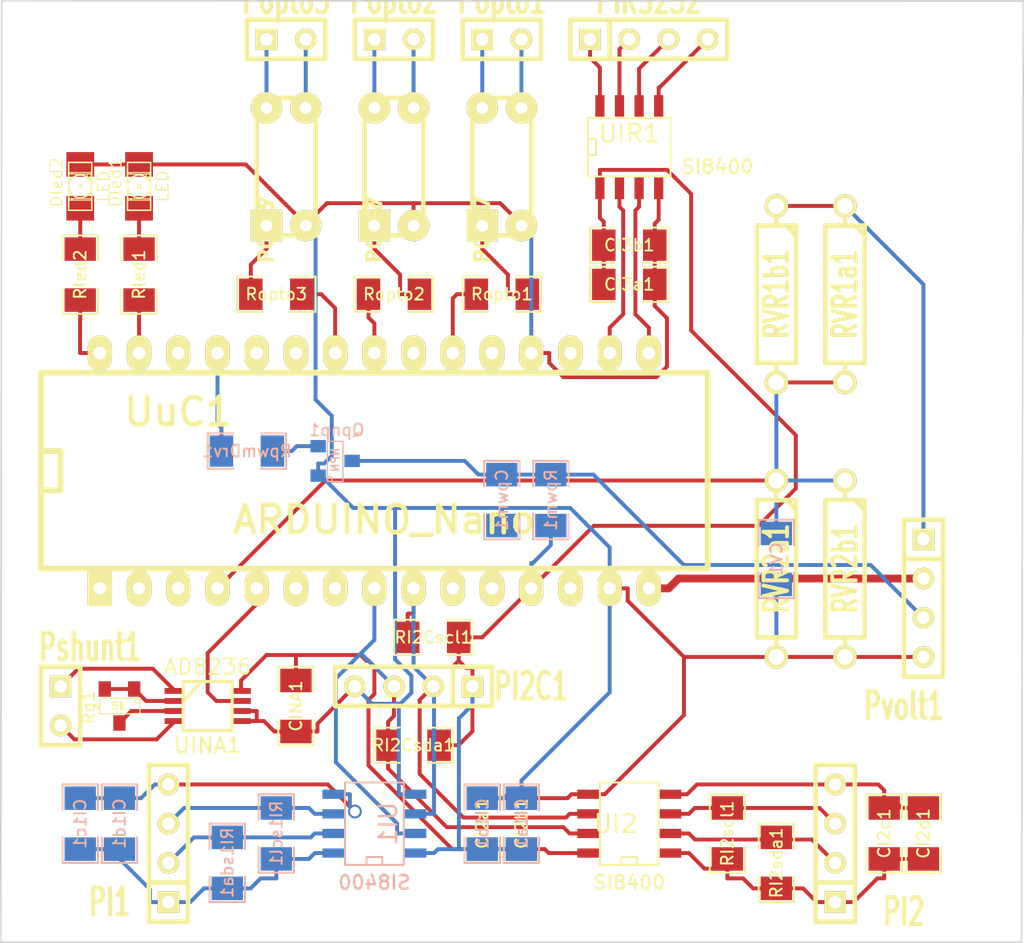
<source format=kicad_pcb>
(kicad_pcb (version 20171130) (host pcbnew "(5.1.12)-1")

  (general
    (thickness 1.6)
    (drawings 4)
    (tracks 363)
    (zones 0)
    (modules 51)
    (nets 46)
  )

  (page A3)
  (layers
    (0 F.Cu signal)
    (31 B.Cu signal)
    (32 B.Adhes user hide)
    (33 F.Adhes user hide)
    (34 B.Paste user hide)
    (35 F.Paste user hide)
    (36 B.SilkS user hide)
    (37 F.SilkS user hide)
    (38 B.Mask user hide)
    (39 F.Mask user hide)
    (40 Dwgs.User user hide)
    (41 Cmts.User user hide)
    (42 Eco1.User user hide)
    (43 Eco2.User user hide)
    (44 Edge.Cuts user)
  )

  (setup
    (last_trace_width 0.254)
    (trace_clearance 0.254)
    (zone_clearance 0.508)
    (zone_45_only no)
    (trace_min 0.254)
    (via_size 0.889)
    (via_drill 0.635)
    (via_min_size 0.889)
    (via_min_drill 0.508)
    (uvia_size 0.508)
    (uvia_drill 0.127)
    (uvias_allowed no)
    (uvia_min_size 0.508)
    (uvia_min_drill 0.127)
    (edge_width 0.1)
    (segment_width 0.2)
    (pcb_text_width 0.3)
    (pcb_text_size 1.5 1.5)
    (mod_edge_width 0.15)
    (mod_text_size 1 1)
    (mod_text_width 0.15)
    (pad_size 1.5 1.5)
    (pad_drill 0.6)
    (pad_to_mask_clearance 0)
    (aux_axis_origin 0 0)
    (visible_elements 7FFFFFFF)
    (pcbplotparams
      (layerselection 0x00030_ffffffff)
      (usegerberextensions true)
      (usegerberattributes true)
      (usegerberadvancedattributes true)
      (creategerberjobfile true)
      (excludeedgelayer true)
      (linewidth 0.150000)
      (plotframeref false)
      (viasonmask false)
      (mode 1)
      (useauxorigin false)
      (hpglpennumber 1)
      (hpglpenspeed 20)
      (hpglpendiameter 15.000000)
      (psnegative false)
      (psa4output false)
      (plotreference true)
      (plotvalue true)
      (plotinvisibletext false)
      (padsonsilk false)
      (subtractmaskfromsilk false)
      (outputformat 1)
      (mirror false)
      (drillshape 0)
      (scaleselection 1)
      (outputdirectory "../pcb/"))
  )

  (net 0 "")
  (net 1 5v)
  (net 2 D3)
  (net 3 D5)
  (net 4 D6)
  (net 5 Gnd)
  (net 6 I2C1_GND)
  (net 7 I2C2_GND)
  (net 8 N-000001)
  (net 9 N-0000010)
  (net 10 N-0000012)
  (net 11 N-0000013)
  (net 12 N-0000014)
  (net 13 N-0000015)
  (net 14 N-0000016)
  (net 15 N-0000017)
  (net 16 N-0000018)
  (net 17 N-0000019)
  (net 18 N-000002)
  (net 19 N-0000020)
  (net 20 N-0000021)
  (net 21 N-0000022)
  (net 22 N-0000023)
  (net 23 N-0000025)
  (net 24 N-0000026)
  (net 25 N-0000027)
  (net 26 N-0000028)
  (net 27 N-0000029)
  (net 28 N-0000033)
  (net 29 N-0000034)
  (net 30 N-0000035)
  (net 31 N-0000036)
  (net 32 N-0000037)
  (net 33 N-0000038)
  (net 34 N-0000039)
  (net 35 N-000004)
  (net 36 N-0000040)
  (net 37 N-000005)
  (net 38 N-0000053)
  (net 39 N-0000057)
  (net 40 N-0000058)
  (net 41 N-000006)
  (net 42 N-000007)
  (net 43 N-000008)
  (net 44 N-000009)
  (net 45 RS232_GND)

  (net_class Default "This is the default net class."
    (clearance 0.254)
    (trace_width 0.254)
    (via_dia 0.889)
    (via_drill 0.635)
    (uvia_dia 0.508)
    (uvia_drill 0.127)
    (add_net 5v)
    (add_net D3)
    (add_net D5)
    (add_net D6)
    (add_net Gnd)
    (add_net I2C1_GND)
    (add_net I2C2_GND)
    (add_net N-000001)
    (add_net N-0000010)
    (add_net N-0000012)
    (add_net N-0000013)
    (add_net N-0000014)
    (add_net N-0000015)
    (add_net N-0000016)
    (add_net N-0000017)
    (add_net N-0000018)
    (add_net N-0000019)
    (add_net N-000002)
    (add_net N-0000020)
    (add_net N-0000021)
    (add_net N-0000022)
    (add_net N-0000023)
    (add_net N-0000025)
    (add_net N-0000026)
    (add_net N-0000027)
    (add_net N-0000028)
    (add_net N-0000029)
    (add_net N-0000033)
    (add_net N-0000034)
    (add_net N-0000035)
    (add_net N-0000036)
    (add_net N-0000037)
    (add_net N-0000039)
    (add_net N-000004)
    (add_net N-0000040)
    (add_net N-000005)
    (add_net N-0000053)
    (add_net N-0000057)
    (add_net N-0000058)
    (add_net N-000006)
    (add_net N-000007)
    (add_net N-000008)
    (add_net N-000009)
    (add_net RS232_GND)
  )

  (net_class Power ""
    (clearance 0.3675)
    (trace_width 0.508)
    (via_dia 0.889)
    (via_drill 0.635)
    (uvia_dia 0.508)
    (uvia_drill 0.127)
    (add_net N-0000038)
  )

  (module SO8E (layer F.Cu) (tedit 53D83F53) (tstamp 53D841FF)
    (at 223.52 160.02 90)
    (descr "module CMS SOJ 8 pins etroit")
    (tags "CMS SOJ")
    (path /53D22237)
    (attr smd)
    (fp_text reference UI2 (at 0 -0.889 180) (layer F.SilkS)
      (effects (font (size 1.143 1.143) (thickness 0.1524)))
    )
    (fp_text value SI8400 (at -3.81 0 180) (layer F.SilkS)
      (effects (font (size 0.889 0.889) (thickness 0.1524)))
    )
    (fp_line (start -2.667 1.778) (end -2.667 1.905) (layer F.SilkS) (width 0.127))
    (fp_line (start -2.667 1.905) (end 2.667 1.905) (layer F.SilkS) (width 0.127))
    (fp_line (start 2.667 -1.905) (end -2.667 -1.905) (layer F.SilkS) (width 0.127))
    (fp_line (start -2.667 -1.905) (end -2.667 1.778) (layer F.SilkS) (width 0.127))
    (fp_line (start -2.667 -0.508) (end -2.159 -0.508) (layer F.SilkS) (width 0.127))
    (fp_line (start -2.159 -0.508) (end -2.159 0.508) (layer F.SilkS) (width 0.127))
    (fp_line (start -2.159 0.508) (end -2.667 0.508) (layer F.SilkS) (width 0.127))
    (fp_line (start 2.667 -1.905) (end 2.667 1.905) (layer F.SilkS) (width 0.127))
    (pad 8 smd rect (at -1.905 -2.667 90) (size 0.59944 1.39954) (layers F.Cu F.Paste F.Mask)
      (net 1 5v))
    (pad 1 smd rect (at -1.905 2.667 90) (size 0.59944 1.39954) (layers F.Cu F.Paste F.Mask)
      (net 34 N-0000039))
    (pad 7 smd rect (at -0.635 -2.667 90) (size 0.59944 1.39954) (layers F.Cu F.Paste F.Mask)
      (net 38 N-0000053))
    (pad 6 smd rect (at 0.635 -2.667 90) (size 0.59944 1.39954) (layers F.Cu F.Paste F.Mask)
      (net 39 N-0000057))
    (pad 5 smd rect (at 1.905 -2.667 90) (size 0.59944 1.39954) (layers F.Cu F.Paste F.Mask)
      (net 5 Gnd))
    (pad 2 smd rect (at -0.635 2.667 90) (size 0.59944 1.39954) (layers F.Cu F.Paste F.Mask)
      (net 41 N-000006))
    (pad 3 smd rect (at 0.635 2.667 90) (size 0.59944 1.39954) (layers F.Cu F.Paste F.Mask)
      (net 10 N-0000012))
    (pad 4 smd rect (at 1.905 2.667 90) (size 0.59944 1.39954) (layers F.Cu F.Paste F.Mask)
      (net 7 I2C2_GND))
    (model smd/cms_so8.wrl
      (at (xyz 0 0 0))
      (scale (xyz 0.5 0.32 0.5))
      (rotate (xyz 0 0 0))
    )
  )

  (module SO8E (layer B.Cu) (tedit 53D83F49) (tstamp 53D841EA)
    (at 207.01 160.02 90)
    (descr "module CMS SOJ 8 pins etroit")
    (tags "CMS SOJ")
    (path /53D22246)
    (attr smd)
    (fp_text reference UI1 (at 0 0.889 90) (layer B.SilkS)
      (effects (font (size 1.143 1.143) (thickness 0.1524)) (justify mirror))
    )
    (fp_text value SI8400 (at -3.81 0 180) (layer B.SilkS)
      (effects (font (size 0.889 0.889) (thickness 0.1524)) (justify mirror))
    )
    (fp_line (start -2.667 -1.778) (end -2.667 -1.905) (layer B.SilkS) (width 0.127))
    (fp_line (start -2.667 -1.905) (end 2.667 -1.905) (layer B.SilkS) (width 0.127))
    (fp_line (start 2.667 1.905) (end -2.667 1.905) (layer B.SilkS) (width 0.127))
    (fp_line (start -2.667 1.905) (end -2.667 -1.778) (layer B.SilkS) (width 0.127))
    (fp_line (start -2.667 0.508) (end -2.159 0.508) (layer B.SilkS) (width 0.127))
    (fp_line (start -2.159 0.508) (end -2.159 -0.508) (layer B.SilkS) (width 0.127))
    (fp_line (start -2.159 -0.508) (end -2.667 -0.508) (layer B.SilkS) (width 0.127))
    (fp_line (start 2.667 1.905) (end 2.667 -1.905) (layer B.SilkS) (width 0.127))
    (pad 8 smd rect (at -1.905 2.667 90) (size 0.59944 1.39954) (layers B.Cu B.Paste B.Mask)
      (net 1 5v))
    (pad 1 smd rect (at -1.905 -2.667 90) (size 0.59944 1.39954) (layers B.Cu B.Paste B.Mask)
      (net 36 N-0000040))
    (pad 7 smd rect (at -0.635 2.667 90) (size 0.59944 1.39954) (layers B.Cu B.Paste B.Mask)
      (net 38 N-0000053))
    (pad 6 smd rect (at 0.635 2.667 90) (size 0.59944 1.39954) (layers B.Cu B.Paste B.Mask)
      (net 39 N-0000057))
    (pad 5 smd rect (at 1.905 2.667 90) (size 0.59944 1.39954) (layers B.Cu B.Paste B.Mask)
      (net 5 Gnd))
    (pad 2 smd rect (at -0.635 -2.667 90) (size 0.59944 1.39954) (layers B.Cu B.Paste B.Mask)
      (net 37 N-000005))
    (pad 3 smd rect (at 0.635 -2.667 90) (size 0.59944 1.39954) (layers B.Cu B.Paste B.Mask)
      (net 35 N-000004))
    (pad 4 smd rect (at 1.905 -2.667 90) (size 0.59944 1.39954) (layers B.Cu B.Paste B.Mask)
      (net 6 I2C1_GND))
    (model smd/cms_so8.wrl
      (at (xyz 0 0 0))
      (scale (xyz 0.5 0.32 0.5))
      (rotate (xyz 0 0 0))
    )
  )

  (module SO8E (layer F.Cu) (tedit 53D83FB2) (tstamp 53D84254)
    (at 223.52 116.205)
    (descr "module CMS SOJ 8 pins etroit")
    (tags "CMS SOJ")
    (path /53D22255)
    (attr smd)
    (fp_text reference UIR1 (at 0 -0.889) (layer F.SilkS)
      (effects (font (size 1.143 1.143) (thickness 0.1524)))
    )
    (fp_text value SI8400 (at 5.715 1.27) (layer F.SilkS)
      (effects (font (size 0.889 0.889) (thickness 0.1524)))
    )
    (fp_line (start -2.667 1.778) (end -2.667 1.905) (layer F.SilkS) (width 0.127))
    (fp_line (start -2.667 1.905) (end 2.667 1.905) (layer F.SilkS) (width 0.127))
    (fp_line (start 2.667 -1.905) (end -2.667 -1.905) (layer F.SilkS) (width 0.127))
    (fp_line (start -2.667 -1.905) (end -2.667 1.778) (layer F.SilkS) (width 0.127))
    (fp_line (start -2.667 -0.508) (end -2.159 -0.508) (layer F.SilkS) (width 0.127))
    (fp_line (start -2.159 -0.508) (end -2.159 0.508) (layer F.SilkS) (width 0.127))
    (fp_line (start -2.159 0.508) (end -2.667 0.508) (layer F.SilkS) (width 0.127))
    (fp_line (start 2.667 -1.905) (end 2.667 1.905) (layer F.SilkS) (width 0.127))
    (pad 8 smd rect (at -1.905 -2.667) (size 0.59944 1.39954) (layers F.Cu F.Paste F.Mask)
      (net 9 N-0000010))
    (pad 1 smd rect (at -1.905 2.667) (size 0.59944 1.39954) (layers F.Cu F.Paste F.Mask)
      (net 1 5v))
    (pad 7 smd rect (at -0.635 -2.667) (size 0.59944 1.39954) (layers F.Cu F.Paste F.Mask)
      (net 44 N-000009))
    (pad 6 smd rect (at 0.635 -2.667) (size 0.59944 1.39954) (layers F.Cu F.Paste F.Mask)
      (net 43 N-000008))
    (pad 5 smd rect (at 1.905 -2.667) (size 0.59944 1.39954) (layers F.Cu F.Paste F.Mask)
      (net 45 RS232_GND))
    (pad 2 smd rect (at -0.635 2.667) (size 0.59944 1.39954) (layers F.Cu F.Paste F.Mask)
      (net 8 N-000001))
    (pad 3 smd rect (at 0.635 2.667) (size 0.59944 1.39954) (layers F.Cu F.Paste F.Mask)
      (net 18 N-000002))
    (pad 4 smd rect (at 1.905 2.667) (size 0.59944 1.39954) (layers F.Cu F.Paste F.Mask)
      (net 5 Gnd))
    (model smd/cms_so8.wrl
      (at (xyz 0 0 0))
      (scale (xyz 0.5 0.32 0.5))
      (rotate (xyz 0 0 0))
    )
  )

  (module SM1206 (layer F.Cu) (tedit 4) (tstamp 53D70568)
    (at 242.57 160.655 90)
    (path /53D22BAA)
    (attr smd)
    (fp_text reference CI2d1 (at 0 0 90) (layer F.SilkS)
      (effects (font (size 0.762 0.762) (thickness 0.127)))
    )
    (fp_text value 1uF (at 0 0 90) (layer F.SilkS) hide
      (effects (font (size 0.762 0.762) (thickness 0.127)))
    )
    (fp_line (start -2.54 -1.143) (end -2.54 1.143) (layer F.SilkS) (width 0.127))
    (fp_line (start -2.54 1.143) (end -0.889 1.143) (layer F.SilkS) (width 0.127))
    (fp_line (start 0.889 -1.143) (end 2.54 -1.143) (layer F.SilkS) (width 0.127))
    (fp_line (start 2.54 -1.143) (end 2.54 1.143) (layer F.SilkS) (width 0.127))
    (fp_line (start 2.54 1.143) (end 0.889 1.143) (layer F.SilkS) (width 0.127))
    (fp_line (start -0.889 -1.143) (end -2.54 -1.143) (layer F.SilkS) (width 0.127))
    (pad 1 smd rect (at -1.651 0 90) (size 1.524 2.032) (layers F.Cu F.Paste F.Mask)
      (net 34 N-0000039))
    (pad 2 smd rect (at 1.651 0 90) (size 1.524 2.032) (layers F.Cu F.Paste F.Mask)
      (net 7 I2C2_GND))
    (model smd/chip_cms.wrl
      (at (xyz 0 0 0))
      (scale (xyz 0.17 0.16 0.16))
      (rotate (xyz 0 0 0))
    )
  )

  (module SM1206 (layer F.Cu) (tedit 53D794B2) (tstamp 53D795EF)
    (at 201.93 152.4 270)
    (path /53D2659C)
    (attr smd)
    (fp_text reference CINA1 (at 0 0 270) (layer F.SilkS)
      (effects (font (size 0.762 0.762) (thickness 0.127)))
    )
    (fp_text value 100nF (at 0 0 270) (layer F.SilkS) hide
      (effects (font (size 0.762 0.762) (thickness 0.127)))
    )
    (fp_line (start -2.54 -1.143) (end -2.54 1.143) (layer F.SilkS) (width 0.127))
    (fp_line (start -2.54 1.143) (end -0.889 1.143) (layer F.SilkS) (width 0.127))
    (fp_line (start 0.889 -1.143) (end 2.54 -1.143) (layer F.SilkS) (width 0.127))
    (fp_line (start 2.54 -1.143) (end 2.54 1.143) (layer F.SilkS) (width 0.127))
    (fp_line (start 2.54 1.143) (end 0.889 1.143) (layer F.SilkS) (width 0.127))
    (fp_line (start -0.889 -1.143) (end -2.54 -1.143) (layer F.SilkS) (width 0.127))
    (pad 1 smd rect (at -1.651 0 270) (size 1.524 2.032) (layers F.Cu F.Paste F.Mask)
      (net 1 5v))
    (pad 2 smd rect (at 1.651 0 270) (size 1.524 2.032) (layers F.Cu F.Paste F.Mask)
      (net 5 Gnd))
    (model smd/chip_cms.wrl
      (at (xyz 0 0 0))
      (scale (xyz 0.17 0.16 0.16))
      (rotate (xyz 0 0 0))
    )
  )

  (module SM1206 (layer F.Cu) (tedit 4) (tstamp 53D70580)
    (at 223.52 122.555 180)
    (path /53D23662)
    (attr smd)
    (fp_text reference CI3b1 (at 0 0 180) (layer F.SilkS)
      (effects (font (size 0.762 0.762) (thickness 0.127)))
    )
    (fp_text value 1uF (at 0 0 180) (layer F.SilkS) hide
      (effects (font (size 0.762 0.762) (thickness 0.127)))
    )
    (fp_line (start -2.54 -1.143) (end -2.54 1.143) (layer F.SilkS) (width 0.127))
    (fp_line (start -2.54 1.143) (end -0.889 1.143) (layer F.SilkS) (width 0.127))
    (fp_line (start 0.889 -1.143) (end 2.54 -1.143) (layer F.SilkS) (width 0.127))
    (fp_line (start 2.54 -1.143) (end 2.54 1.143) (layer F.SilkS) (width 0.127))
    (fp_line (start 2.54 1.143) (end 0.889 1.143) (layer F.SilkS) (width 0.127))
    (fp_line (start -0.889 -1.143) (end -2.54 -1.143) (layer F.SilkS) (width 0.127))
    (pad 1 smd rect (at -1.651 0 180) (size 1.524 2.032) (layers F.Cu F.Paste F.Mask)
      (net 5 Gnd))
    (pad 2 smd rect (at 1.651 0 180) (size 1.524 2.032) (layers F.Cu F.Paste F.Mask)
      (net 1 5v))
    (model smd/chip_cms.wrl
      (at (xyz 0 0 0))
      (scale (xyz 0.17 0.16 0.16))
      (rotate (xyz 0 0 0))
    )
  )

  (module SM1206 (layer F.Cu) (tedit 4) (tstamp 53D7058C)
    (at 223.52 125.095 180)
    (path /53D2365C)
    (attr smd)
    (fp_text reference CI3a1 (at 0 0 180) (layer F.SilkS)
      (effects (font (size 0.762 0.762) (thickness 0.127)))
    )
    (fp_text value 100nF (at 0 0 180) (layer F.SilkS) hide
      (effects (font (size 0.762 0.762) (thickness 0.127)))
    )
    (fp_line (start -2.54 -1.143) (end -2.54 1.143) (layer F.SilkS) (width 0.127))
    (fp_line (start -2.54 1.143) (end -0.889 1.143) (layer F.SilkS) (width 0.127))
    (fp_line (start 0.889 -1.143) (end 2.54 -1.143) (layer F.SilkS) (width 0.127))
    (fp_line (start 2.54 -1.143) (end 2.54 1.143) (layer F.SilkS) (width 0.127))
    (fp_line (start 2.54 1.143) (end 0.889 1.143) (layer F.SilkS) (width 0.127))
    (fp_line (start -0.889 -1.143) (end -2.54 -1.143) (layer F.SilkS) (width 0.127))
    (pad 1 smd rect (at -1.651 0 180) (size 1.524 2.032) (layers F.Cu F.Paste F.Mask)
      (net 5 Gnd))
    (pad 2 smd rect (at 1.651 0 180) (size 1.524 2.032) (layers F.Cu F.Paste F.Mask)
      (net 1 5v))
    (model smd/chip_cms.wrl
      (at (xyz 0 0 0))
      (scale (xyz 0.17 0.16 0.16))
      (rotate (xyz 0 0 0))
    )
  )

  (module SM1206 (layer B.Cu) (tedit 4) (tstamp 53D70598)
    (at 190.5 160.02 90)
    (path /53D22BD3)
    (attr smd)
    (fp_text reference CI1d1 (at 0 0 90) (layer B.SilkS)
      (effects (font (size 0.762 0.762) (thickness 0.127)) (justify mirror))
    )
    (fp_text value 1uF (at 0 0 90) (layer B.SilkS) hide
      (effects (font (size 0.762 0.762) (thickness 0.127)) (justify mirror))
    )
    (fp_line (start -2.54 1.143) (end -2.54 -1.143) (layer B.SilkS) (width 0.127))
    (fp_line (start -2.54 -1.143) (end -0.889 -1.143) (layer B.SilkS) (width 0.127))
    (fp_line (start 0.889 1.143) (end 2.54 1.143) (layer B.SilkS) (width 0.127))
    (fp_line (start 2.54 1.143) (end 2.54 -1.143) (layer B.SilkS) (width 0.127))
    (fp_line (start 2.54 -1.143) (end 0.889 -1.143) (layer B.SilkS) (width 0.127))
    (fp_line (start -0.889 1.143) (end -2.54 1.143) (layer B.SilkS) (width 0.127))
    (pad 1 smd rect (at -1.651 0 90) (size 1.524 2.032) (layers B.Cu B.Paste B.Mask)
      (net 36 N-0000040))
    (pad 2 smd rect (at 1.651 0 90) (size 1.524 2.032) (layers B.Cu B.Paste B.Mask)
      (net 6 I2C1_GND))
    (model smd/chip_cms.wrl
      (at (xyz 0 0 0))
      (scale (xyz 0.17 0.16 0.16))
      (rotate (xyz 0 0 0))
    )
  )

  (module SM1206 (layer B.Cu) (tedit 4) (tstamp 53D705A4)
    (at 187.96 160.02 90)
    (path /53D22BCD)
    (attr smd)
    (fp_text reference CI1c1 (at 0 0 90) (layer B.SilkS)
      (effects (font (size 0.762 0.762) (thickness 0.127)) (justify mirror))
    )
    (fp_text value 100nF (at 0 0 90) (layer B.SilkS) hide
      (effects (font (size 0.762 0.762) (thickness 0.127)) (justify mirror))
    )
    (fp_line (start -2.54 1.143) (end -2.54 -1.143) (layer B.SilkS) (width 0.127))
    (fp_line (start -2.54 -1.143) (end -0.889 -1.143) (layer B.SilkS) (width 0.127))
    (fp_line (start 0.889 1.143) (end 2.54 1.143) (layer B.SilkS) (width 0.127))
    (fp_line (start 2.54 1.143) (end 2.54 -1.143) (layer B.SilkS) (width 0.127))
    (fp_line (start 2.54 -1.143) (end 0.889 -1.143) (layer B.SilkS) (width 0.127))
    (fp_line (start -0.889 1.143) (end -2.54 1.143) (layer B.SilkS) (width 0.127))
    (pad 1 smd rect (at -1.651 0 90) (size 1.524 2.032) (layers B.Cu B.Paste B.Mask)
      (net 36 N-0000040))
    (pad 2 smd rect (at 1.651 0 90) (size 1.524 2.032) (layers B.Cu B.Paste B.Mask)
      (net 6 I2C1_GND))
    (model smd/chip_cms.wrl
      (at (xyz 0 0 0))
      (scale (xyz 0.17 0.16 0.16))
      (rotate (xyz 0 0 0))
    )
  )

  (module SM1206 (layer F.Cu) (tedit 4) (tstamp 53D705B0)
    (at 240.03 160.655 90)
    (path /53D22BA4)
    (attr smd)
    (fp_text reference CI2c1 (at 0 0 90) (layer F.SilkS)
      (effects (font (size 0.762 0.762) (thickness 0.127)))
    )
    (fp_text value 100nF (at 0 0 90) (layer F.SilkS) hide
      (effects (font (size 0.762 0.762) (thickness 0.127)))
    )
    (fp_line (start -2.54 -1.143) (end -2.54 1.143) (layer F.SilkS) (width 0.127))
    (fp_line (start -2.54 1.143) (end -0.889 1.143) (layer F.SilkS) (width 0.127))
    (fp_line (start 0.889 -1.143) (end 2.54 -1.143) (layer F.SilkS) (width 0.127))
    (fp_line (start 2.54 -1.143) (end 2.54 1.143) (layer F.SilkS) (width 0.127))
    (fp_line (start 2.54 1.143) (end 0.889 1.143) (layer F.SilkS) (width 0.127))
    (fp_line (start -0.889 -1.143) (end -2.54 -1.143) (layer F.SilkS) (width 0.127))
    (pad 1 smd rect (at -1.651 0 90) (size 1.524 2.032) (layers F.Cu F.Paste F.Mask)
      (net 34 N-0000039))
    (pad 2 smd rect (at 1.651 0 90) (size 1.524 2.032) (layers F.Cu F.Paste F.Mask)
      (net 7 I2C2_GND))
    (model smd/chip_cms.wrl
      (at (xyz 0 0 0))
      (scale (xyz 0.17 0.16 0.16))
      (rotate (xyz 0 0 0))
    )
  )

  (module SM1206 (layer F.Cu) (tedit 4) (tstamp 53D705BC)
    (at 216.535 160.02 90)
    (path /53D22823)
    (attr smd)
    (fp_text reference CI2b1 (at 0 0 90) (layer F.SilkS)
      (effects (font (size 0.762 0.762) (thickness 0.127)))
    )
    (fp_text value 1uF (at 0 0 90) (layer F.SilkS) hide
      (effects (font (size 0.762 0.762) (thickness 0.127)))
    )
    (fp_line (start -2.54 -1.143) (end -2.54 1.143) (layer F.SilkS) (width 0.127))
    (fp_line (start -2.54 1.143) (end -0.889 1.143) (layer F.SilkS) (width 0.127))
    (fp_line (start 0.889 -1.143) (end 2.54 -1.143) (layer F.SilkS) (width 0.127))
    (fp_line (start 2.54 -1.143) (end 2.54 1.143) (layer F.SilkS) (width 0.127))
    (fp_line (start 2.54 1.143) (end 0.889 1.143) (layer F.SilkS) (width 0.127))
    (fp_line (start -0.889 -1.143) (end -2.54 -1.143) (layer F.SilkS) (width 0.127))
    (pad 1 smd rect (at -1.651 0 90) (size 1.524 2.032) (layers F.Cu F.Paste F.Mask)
      (net 1 5v))
    (pad 2 smd rect (at 1.651 0 90) (size 1.524 2.032) (layers F.Cu F.Paste F.Mask)
      (net 5 Gnd))
    (model smd/chip_cms.wrl
      (at (xyz 0 0 0))
      (scale (xyz 0.17 0.16 0.16))
      (rotate (xyz 0 0 0))
    )
  )

  (module SM1206 (layer F.Cu) (tedit 4) (tstamp 53D705C8)
    (at 213.995 160.02 90)
    (path /53D22814)
    (attr smd)
    (fp_text reference CI2a1 (at 0 0 90) (layer F.SilkS)
      (effects (font (size 0.762 0.762) (thickness 0.127)))
    )
    (fp_text value 100nF (at 0 0 90) (layer F.SilkS) hide
      (effects (font (size 0.762 0.762) (thickness 0.127)))
    )
    (fp_line (start -2.54 -1.143) (end -2.54 1.143) (layer F.SilkS) (width 0.127))
    (fp_line (start -2.54 1.143) (end -0.889 1.143) (layer F.SilkS) (width 0.127))
    (fp_line (start 0.889 -1.143) (end 2.54 -1.143) (layer F.SilkS) (width 0.127))
    (fp_line (start 2.54 -1.143) (end 2.54 1.143) (layer F.SilkS) (width 0.127))
    (fp_line (start 2.54 1.143) (end 0.889 1.143) (layer F.SilkS) (width 0.127))
    (fp_line (start -0.889 -1.143) (end -2.54 -1.143) (layer F.SilkS) (width 0.127))
    (pad 1 smd rect (at -1.651 0 90) (size 1.524 2.032) (layers F.Cu F.Paste F.Mask)
      (net 1 5v))
    (pad 2 smd rect (at 1.651 0 90) (size 1.524 2.032) (layers F.Cu F.Paste F.Mask)
      (net 5 Gnd))
    (model smd/chip_cms.wrl
      (at (xyz 0 0 0))
      (scale (xyz 0.17 0.16 0.16))
      (rotate (xyz 0 0 0))
    )
  )

  (module SM1206 (layer B.Cu) (tedit 4) (tstamp 53D705D4)
    (at 213.995 160.02 90)
    (path /53D22805)
    (attr smd)
    (fp_text reference CI1b1 (at 0 0 90) (layer B.SilkS)
      (effects (font (size 0.762 0.762) (thickness 0.127)) (justify mirror))
    )
    (fp_text value 1uF (at 0 0 90) (layer B.SilkS) hide
      (effects (font (size 0.762 0.762) (thickness 0.127)) (justify mirror))
    )
    (fp_line (start -2.54 1.143) (end -2.54 -1.143) (layer B.SilkS) (width 0.127))
    (fp_line (start -2.54 -1.143) (end -0.889 -1.143) (layer B.SilkS) (width 0.127))
    (fp_line (start 0.889 1.143) (end 2.54 1.143) (layer B.SilkS) (width 0.127))
    (fp_line (start 2.54 1.143) (end 2.54 -1.143) (layer B.SilkS) (width 0.127))
    (fp_line (start 2.54 -1.143) (end 0.889 -1.143) (layer B.SilkS) (width 0.127))
    (fp_line (start -0.889 1.143) (end -2.54 1.143) (layer B.SilkS) (width 0.127))
    (pad 1 smd rect (at -1.651 0 90) (size 1.524 2.032) (layers B.Cu B.Paste B.Mask)
      (net 1 5v))
    (pad 2 smd rect (at 1.651 0 90) (size 1.524 2.032) (layers B.Cu B.Paste B.Mask)
      (net 5 Gnd))
    (model smd/chip_cms.wrl
      (at (xyz 0 0 0))
      (scale (xyz 0.17 0.16 0.16))
      (rotate (xyz 0 0 0))
    )
  )

  (module SM1206 (layer B.Cu) (tedit 4) (tstamp 53D705E0)
    (at 216.535 160.02 90)
    (path /53D227F6)
    (attr smd)
    (fp_text reference CI1a1 (at 0 0 90) (layer B.SilkS)
      (effects (font (size 0.762 0.762) (thickness 0.127)) (justify mirror))
    )
    (fp_text value 100nF (at 0 0 90) (layer B.SilkS) hide
      (effects (font (size 0.762 0.762) (thickness 0.127)) (justify mirror))
    )
    (fp_line (start -2.54 1.143) (end -2.54 -1.143) (layer B.SilkS) (width 0.127))
    (fp_line (start -2.54 -1.143) (end -0.889 -1.143) (layer B.SilkS) (width 0.127))
    (fp_line (start 0.889 1.143) (end 2.54 1.143) (layer B.SilkS) (width 0.127))
    (fp_line (start 2.54 1.143) (end 2.54 -1.143) (layer B.SilkS) (width 0.127))
    (fp_line (start 2.54 -1.143) (end 0.889 -1.143) (layer B.SilkS) (width 0.127))
    (fp_line (start -0.889 1.143) (end -2.54 1.143) (layer B.SilkS) (width 0.127))
    (pad 1 smd rect (at -1.651 0 90) (size 1.524 2.032) (layers B.Cu B.Paste B.Mask)
      (net 1 5v))
    (pad 2 smd rect (at 1.651 0 90) (size 1.524 2.032) (layers B.Cu B.Paste B.Mask)
      (net 5 Gnd))
    (model smd/chip_cms.wrl
      (at (xyz 0 0 0))
      (scale (xyz 0.17 0.16 0.16))
      (rotate (xyz 0 0 0))
    )
  )

  (module arduino_mini (layer F.Cu) (tedit 507C2E55) (tstamp 53D70609)
    (at 208.28 137.16)
    (descr "30 pins DIL package, elliptical pads, width 600mil (arduino mini)")
    (tags "DIL arduino mini")
    (path /53D206F8)
    (fp_text reference UuC1 (at -13.97 -3.81) (layer F.SilkS)
      (effects (font (size 1.778 1.778) (thickness 0.3048)))
    )
    (fp_text value ARDUINO_Nano (at -0.635 3.175) (layer F.SilkS)
      (effects (font (size 1.778 1.778) (thickness 0.3048)))
    )
    (fp_line (start -22.86 -6.35) (end 20.32 -6.35) (layer F.SilkS) (width 0.381))
    (fp_line (start 20.32 -6.35) (end 20.32 6.35) (layer F.SilkS) (width 0.381))
    (fp_line (start 20.32 6.35) (end -22.86 6.35) (layer F.SilkS) (width 0.381))
    (fp_line (start -22.86 6.35) (end -22.86 -6.35) (layer F.SilkS) (width 0.381))
    (fp_line (start -22.86 1.27) (end -21.59 1.27) (layer F.SilkS) (width 0.381))
    (fp_line (start -21.59 1.27) (end -21.59 -1.27) (layer F.SilkS) (width 0.381))
    (fp_line (start -21.59 -1.27) (end -22.86 -1.27) (layer F.SilkS) (width 0.381))
    (pad 1 thru_hole rect (at -19.05 7.62) (size 1.5748 2.286) (drill 0.8128) (layers *.Cu *.Mask F.SilkS))
    (pad 2 thru_hole oval (at -16.51 7.62) (size 1.5748 2.286) (drill 0.8128) (layers *.Cu *.Mask F.SilkS))
    (pad 3 thru_hole oval (at -13.97 7.62) (size 1.5748 2.286) (drill 0.8128) (layers *.Cu *.Mask F.SilkS))
    (pad 4 thru_hole oval (at -11.43 7.62) (size 1.5748 2.286) (drill 0.8128) (layers *.Cu *.Mask F.SilkS)
      (net 42 N-000007))
    (pad 5 thru_hole oval (at -8.89 7.62) (size 1.5748 2.286) (drill 0.8128) (layers *.Cu *.Mask F.SilkS)
      (net 29 N-0000034))
    (pad 6 thru_hole oval (at -6.35 7.62) (size 1.5748 2.286) (drill 0.8128) (layers *.Cu *.Mask F.SilkS))
    (pad 7 thru_hole oval (at -3.81 7.62) (size 1.5748 2.286) (drill 0.8128) (layers *.Cu *.Mask F.SilkS))
    (pad 8 thru_hole oval (at -1.27 7.62) (size 1.5748 2.286) (drill 0.8128) (layers *.Cu *.Mask F.SilkS)
      (net 38 N-0000053))
    (pad 9 thru_hole oval (at 1.27 7.62) (size 1.5748 2.286) (drill 0.8128) (layers *.Cu *.Mask F.SilkS)
      (net 39 N-0000057))
    (pad 10 thru_hole oval (at 3.81 7.62) (size 1.5748 2.286) (drill 0.8128) (layers *.Cu *.Mask F.SilkS))
    (pad 11 thru_hole oval (at 6.35 7.62) (size 1.5748 2.286) (drill 0.8128) (layers *.Cu *.Mask F.SilkS))
    (pad 12 thru_hole oval (at 8.89 7.62) (size 1.5748 2.286) (drill 0.8128) (layers *.Cu *.Mask F.SilkS)
      (net 1 5v))
    (pad 13 thru_hole oval (at 11.43 7.62) (size 1.5748 2.286) (drill 0.8128) (layers *.Cu *.Mask F.SilkS))
    (pad 14 thru_hole oval (at 13.97 7.62) (size 1.5748 2.286) (drill 0.8128) (layers *.Cu *.Mask F.SilkS)
      (net 5 Gnd))
    (pad 15 thru_hole oval (at 16.51 7.62) (size 1.5748 2.286) (drill 0.8128) (layers *.Cu *.Mask F.SilkS)
      (net 33 N-0000038))
    (pad 16 thru_hole oval (at 16.51 -7.62) (size 1.5748 2.286) (drill 0.8128) (layers *.Cu *.Mask F.SilkS)
      (net 18 N-000002))
    (pad 17 thru_hole oval (at 13.97 -7.62) (size 1.5748 2.286) (drill 0.8128) (layers *.Cu *.Mask F.SilkS)
      (net 8 N-000001))
    (pad 18 thru_hole oval (at 11.43 -7.62) (size 1.5748 2.286) (drill 0.8128) (layers *.Cu *.Mask F.SilkS))
    (pad 19 thru_hole oval (at 8.89 -7.62) (size 1.5748 2.286) (drill 0.8128) (layers *.Cu *.Mask F.SilkS)
      (net 5 Gnd))
    (pad 20 thru_hole oval (at 6.35 -7.62) (size 1.5748 2.286) (drill 0.8128) (layers *.Cu *.Mask F.SilkS))
    (pad 21 thru_hole oval (at 3.81 -7.62) (size 1.5748 2.286) (drill 0.8128) (layers *.Cu *.Mask F.SilkS)
      (net 2 D3))
    (pad 22 thru_hole oval (at 1.27 -7.62) (size 1.5748 2.286) (drill 0.8128) (layers *.Cu *.Mask F.SilkS))
    (pad 23 thru_hole oval (at -1.27 -7.62) (size 1.5748 2.286) (drill 0.8128) (layers *.Cu *.Mask F.SilkS)
      (net 3 D5))
    (pad 24 thru_hole oval (at -3.81 -7.62) (size 1.5748 2.286) (drill 0.8128) (layers *.Cu *.Mask F.SilkS)
      (net 4 D6))
    (pad 25 thru_hole oval (at -6.35 -7.62) (size 1.5748 2.286) (drill 0.8128) (layers *.Cu *.Mask F.SilkS))
    (pad 26 thru_hole oval (at -8.89 -7.62) (size 1.5748 2.286) (drill 0.8128) (layers *.Cu *.Mask F.SilkS))
    (pad 27 thru_hole oval (at -11.43 -7.62) (size 1.5748 2.286) (drill 0.8128) (layers *.Cu *.Mask F.SilkS)
      (net 25 N-0000027))
    (pad 28 thru_hole oval (at -13.97 -7.62) (size 1.5748 2.286) (drill 0.8128) (layers *.Cu *.Mask F.SilkS))
    (pad 29 thru_hole oval (at -16.51 -7.62) (size 1.5748 2.286) (drill 0.8128) (layers *.Cu *.Mask F.SilkS)
      (net 27 N-0000029))
    (pad 30 thru_hole oval (at -19.05 -7.62) (size 1.5748 2.286) (drill 0.8128) (layers *.Cu *.Mask F.SilkS)
      (net 26 N-0000028))
    (model arduino_nano.wrl
      (offset (xyz -24.84119962692261 -9.778999853134156 0))
      (scale (xyz 0.3937 0.3937 0.3937))
      (rotate (xyz 0 0 0))
    )
  )

  (module DIP-4 (layer F.Cu) (tedit 200000) (tstamp 53D70615)
    (at 213.995 121.285)
    (path /53D43DA2)
    (fp_text reference OC1 (at 0 -0.254 270) (layer F.SilkS)
      (effects (font (size 0.889 0.889) (thickness 0.3048)))
    )
    (fp_text value PC817 (at 0 0.254 270) (layer F.SilkS)
      (effects (font (size 0.889 0.889) (thickness 0.3048)))
    )
    (fp_line (start -0.635 0.635) (end 3.175 0.635) (layer F.SilkS) (width 0.3048))
    (fp_line (start 3.175 0.635) (end 3.175 -8.255) (layer F.SilkS) (width 0.3048))
    (fp_line (start 3.175 -8.255) (end -0.635 -8.255) (layer F.SilkS) (width 0.3048))
    (fp_line (start -0.635 -8.255) (end -0.635 0.635) (layer F.SilkS) (width 0.3048))
    (pad 1 thru_hole rect (at 0 0) (size 2.032 2.032) (drill 0.762) (layers *.Cu *.Mask F.SilkS)
      (net 20 N-0000021))
    (pad 2 thru_hole circle (at 2.54 0) (size 2.032 2.032) (drill 0.762) (layers *.Cu *.Mask F.SilkS)
      (net 5 Gnd))
    (pad 3 thru_hole oval (at 2.54 -7.62 180) (size 2.032 2.032) (drill 0.762) (layers *.Cu *.Mask F.SilkS)
      (net 17 N-0000019))
    (pad 4 thru_hole oval (at 0 -7.62 180) (size 2.032 2.032) (drill 0.762) (layers *.Cu *.Mask F.SilkS)
      (net 11 N-0000013))
  )

  (module DIP-4 (layer F.Cu) (tedit 200000) (tstamp 53D70621)
    (at 207.01 121.285)
    (path /53D6290F)
    (fp_text reference OC2 (at 0 -0.254 270) (layer F.SilkS)
      (effects (font (size 0.889 0.889) (thickness 0.3048)))
    )
    (fp_text value PC817 (at 0 0.254 270) (layer F.SilkS)
      (effects (font (size 0.889 0.889) (thickness 0.3048)))
    )
    (fp_line (start -0.635 0.635) (end 3.175 0.635) (layer F.SilkS) (width 0.3048))
    (fp_line (start 3.175 0.635) (end 3.175 -8.255) (layer F.SilkS) (width 0.3048))
    (fp_line (start 3.175 -8.255) (end -0.635 -8.255) (layer F.SilkS) (width 0.3048))
    (fp_line (start -0.635 -8.255) (end -0.635 0.635) (layer F.SilkS) (width 0.3048))
    (pad 1 thru_hole rect (at 0 0) (size 2.032 2.032) (drill 0.762) (layers *.Cu *.Mask F.SilkS)
      (net 16 N-0000018))
    (pad 2 thru_hole circle (at 2.54 0) (size 2.032 2.032) (drill 0.762) (layers *.Cu *.Mask F.SilkS)
      (net 5 Gnd))
    (pad 3 thru_hole oval (at 2.54 -7.62 180) (size 2.032 2.032) (drill 0.762) (layers *.Cu *.Mask F.SilkS)
      (net 14 N-0000016))
    (pad 4 thru_hole oval (at 0 -7.62 180) (size 2.032 2.032) (drill 0.762) (layers *.Cu *.Mask F.SilkS)
      (net 15 N-0000017))
  )

  (module DIP-4 (layer F.Cu) (tedit 200000) (tstamp 53D7062D)
    (at 200.025 121.285)
    (path /53D62928)
    (fp_text reference OC3 (at 0 -0.254 270) (layer F.SilkS)
      (effects (font (size 0.889 0.889) (thickness 0.3048)))
    )
    (fp_text value PC817 (at 0 0.254 270) (layer F.SilkS)
      (effects (font (size 0.889 0.889) (thickness 0.3048)))
    )
    (fp_line (start -0.635 0.635) (end 3.175 0.635) (layer F.SilkS) (width 0.3048))
    (fp_line (start 3.175 0.635) (end 3.175 -8.255) (layer F.SilkS) (width 0.3048))
    (fp_line (start 3.175 -8.255) (end -0.635 -8.255) (layer F.SilkS) (width 0.3048))
    (fp_line (start -0.635 -8.255) (end -0.635 0.635) (layer F.SilkS) (width 0.3048))
    (pad 1 thru_hole rect (at 0 0) (size 2.032 2.032) (drill 0.762) (layers *.Cu *.Mask F.SilkS)
      (net 13 N-0000015))
    (pad 2 thru_hole circle (at 2.54 0) (size 2.032 2.032) (drill 0.762) (layers *.Cu *.Mask F.SilkS)
      (net 5 Gnd))
    (pad 3 thru_hole oval (at 2.54 -7.62 180) (size 2.032 2.032) (drill 0.762) (layers *.Cu *.Mask F.SilkS)
      (net 19 N-0000020))
    (pad 4 thru_hole oval (at 0 -7.62 180) (size 2.032 2.032) (drill 0.762) (layers *.Cu *.Mask F.SilkS)
      (net 12 N-0000014))
  )

  (module SOT23 (layer B.Cu) (tedit 5051A6D7) (tstamp 53D73E16)
    (at 204.47 136.525 90)
    (tags SOT23)
    (path /53D61C40)
    (fp_text reference Qpnp1 (at 1.99898 0.09906) (layer B.SilkS)
      (effects (font (size 0.762 0.762) (thickness 0.11938)) (justify mirror))
    )
    (fp_text value NPN (at 0.0635 0 90) (layer B.SilkS)
      (effects (font (size 0.50038 0.50038) (thickness 0.09906)) (justify mirror))
    )
    (fp_circle (center -1.17602 -0.35052) (end -1.30048 -0.44958) (layer B.SilkS) (width 0.07874))
    (fp_line (start 1.27 0.508) (end 1.27 -0.508) (layer B.SilkS) (width 0.07874))
    (fp_line (start -1.3335 0.508) (end -1.3335 -0.508) (layer B.SilkS) (width 0.07874))
    (fp_line (start 1.27 -0.508) (end -1.3335 -0.508) (layer B.SilkS) (width 0.07874))
    (fp_line (start -1.3335 0.508) (end 1.27 0.508) (layer B.SilkS) (width 0.07874))
    (pad 3 smd rect (at 0 1.09982 90) (size 0.8001 1.00076) (layers B.Cu B.Paste B.Mask)
      (net 21 N-0000022))
    (pad 2 smd rect (at 0.9525 -1.09982 90) (size 0.8001 1.00076) (layers B.Cu B.Paste B.Mask)
      (net 22 N-0000023))
    (pad 1 smd rect (at -0.9525 -1.09982 90) (size 0.8001 1.00076) (layers B.Cu B.Paste B.Mask)
      (net 5 Gnd))
    (model smd\SOT23_3.wrl
      (at (xyz 0 0 0))
      (scale (xyz 0.4 0.4 0.4))
      (rotate (xyz 0 0 180))
    )
  )

  (module SOT23 (layer F.Cu) (tedit 5051A6D7) (tstamp 53D73E22)
    (at 190.5 152.4 180)
    (tags SOT23)
    (path /53D25EC5)
    (fp_text reference Rg1 (at 1.99898 -0.09906 270) (layer F.SilkS)
      (effects (font (size 0.762 0.762) (thickness 0.11938)))
    )
    (fp_text value 5k (at 0.0635 0 180) (layer F.SilkS)
      (effects (font (size 0.50038 0.50038) (thickness 0.09906)))
    )
    (fp_circle (center -1.17602 0.35052) (end -1.30048 0.44958) (layer F.SilkS) (width 0.07874))
    (fp_line (start 1.27 -0.508) (end 1.27 0.508) (layer F.SilkS) (width 0.07874))
    (fp_line (start -1.3335 -0.508) (end -1.3335 0.508) (layer F.SilkS) (width 0.07874))
    (fp_line (start 1.27 0.508) (end -1.3335 0.508) (layer F.SilkS) (width 0.07874))
    (fp_line (start -1.3335 -0.508) (end 1.27 -0.508) (layer F.SilkS) (width 0.07874))
    (pad 3 smd rect (at 0 -1.09982 180) (size 0.8001 1.00076) (layers F.Cu F.Paste F.Mask)
      (net 32 N-0000037))
    (pad 2 smd rect (at 0.9525 1.09982 180) (size 0.8001 1.00076) (layers F.Cu F.Paste F.Mask)
      (net 28 N-0000033))
    (pad 1 smd rect (at -0.9525 1.09982 180) (size 0.8001 1.00076) (layers F.Cu F.Paste F.Mask)
      (net 28 N-0000033))
    (model smd\SOT23_3.wrl
      (at (xyz 0 0 0))
      (scale (xyz 0.4 0.4 0.4))
      (rotate (xyz 0 0 180))
    )
  )

  (module SM1206 (layer F.Cu) (tedit 4) (tstamp 53D73E2E)
    (at 200.66 125.73 180)
    (path /53D6292E)
    (attr smd)
    (fp_text reference Ropto3 (at 0 0 180) (layer F.SilkS)
      (effects (font (size 0.762 0.762) (thickness 0.127)))
    )
    (fp_text value 1k (at 0 0 180) (layer F.SilkS) hide
      (effects (font (size 0.762 0.762) (thickness 0.127)))
    )
    (fp_line (start -2.54 -1.143) (end -2.54 1.143) (layer F.SilkS) (width 0.127))
    (fp_line (start -2.54 1.143) (end -0.889 1.143) (layer F.SilkS) (width 0.127))
    (fp_line (start 0.889 -1.143) (end 2.54 -1.143) (layer F.SilkS) (width 0.127))
    (fp_line (start 2.54 -1.143) (end 2.54 1.143) (layer F.SilkS) (width 0.127))
    (fp_line (start 2.54 1.143) (end 0.889 1.143) (layer F.SilkS) (width 0.127))
    (fp_line (start -0.889 -1.143) (end -2.54 -1.143) (layer F.SilkS) (width 0.127))
    (pad 1 smd rect (at -1.651 0 180) (size 1.524 2.032) (layers F.Cu F.Paste F.Mask)
      (net 4 D6))
    (pad 2 smd rect (at 1.651 0 180) (size 1.524 2.032) (layers F.Cu F.Paste F.Mask)
      (net 13 N-0000015))
    (model smd/chip_cms.wrl
      (at (xyz 0 0 0))
      (scale (xyz 0.17 0.16 0.16))
      (rotate (xyz 0 0 0))
    )
  )

  (module SM1206 (layer F.Cu) (tedit 4) (tstamp 53D73E3A)
    (at 208.28 125.73)
    (path /53D62915)
    (attr smd)
    (fp_text reference Ropto2 (at 0 0) (layer F.SilkS)
      (effects (font (size 0.762 0.762) (thickness 0.127)))
    )
    (fp_text value 1k (at 0 0) (layer F.SilkS) hide
      (effects (font (size 0.762 0.762) (thickness 0.127)))
    )
    (fp_line (start -2.54 -1.143) (end -2.54 1.143) (layer F.SilkS) (width 0.127))
    (fp_line (start -2.54 1.143) (end -0.889 1.143) (layer F.SilkS) (width 0.127))
    (fp_line (start 0.889 -1.143) (end 2.54 -1.143) (layer F.SilkS) (width 0.127))
    (fp_line (start 2.54 -1.143) (end 2.54 1.143) (layer F.SilkS) (width 0.127))
    (fp_line (start 2.54 1.143) (end 0.889 1.143) (layer F.SilkS) (width 0.127))
    (fp_line (start -0.889 -1.143) (end -2.54 -1.143) (layer F.SilkS) (width 0.127))
    (pad 1 smd rect (at -1.651 0) (size 1.524 2.032) (layers F.Cu F.Paste F.Mask)
      (net 3 D5))
    (pad 2 smd rect (at 1.651 0) (size 1.524 2.032) (layers F.Cu F.Paste F.Mask)
      (net 16 N-0000018))
    (model smd/chip_cms.wrl
      (at (xyz 0 0 0))
      (scale (xyz 0.17 0.16 0.16))
      (rotate (xyz 0 0 0))
    )
  )

  (module SM1206 (layer F.Cu) (tedit 4) (tstamp 53D73E46)
    (at 215.265 125.73)
    (path /53D624AD)
    (attr smd)
    (fp_text reference Ropto1 (at 0 0) (layer F.SilkS)
      (effects (font (size 0.762 0.762) (thickness 0.127)))
    )
    (fp_text value 1k (at 0 0) (layer F.SilkS) hide
      (effects (font (size 0.762 0.762) (thickness 0.127)))
    )
    (fp_line (start -2.54 -1.143) (end -2.54 1.143) (layer F.SilkS) (width 0.127))
    (fp_line (start -2.54 1.143) (end -0.889 1.143) (layer F.SilkS) (width 0.127))
    (fp_line (start 0.889 -1.143) (end 2.54 -1.143) (layer F.SilkS) (width 0.127))
    (fp_line (start 2.54 -1.143) (end 2.54 1.143) (layer F.SilkS) (width 0.127))
    (fp_line (start 2.54 1.143) (end 0.889 1.143) (layer F.SilkS) (width 0.127))
    (fp_line (start -0.889 -1.143) (end -2.54 -1.143) (layer F.SilkS) (width 0.127))
    (pad 1 smd rect (at -1.651 0) (size 1.524 2.032) (layers F.Cu F.Paste F.Mask)
      (net 2 D3))
    (pad 2 smd rect (at 1.651 0) (size 1.524 2.032) (layers F.Cu F.Paste F.Mask)
      (net 20 N-0000021))
    (model smd/chip_cms.wrl
      (at (xyz 0 0 0))
      (scale (xyz 0.17 0.16 0.16))
      (rotate (xyz 0 0 0))
    )
  )

  (module SM1206 (layer B.Cu) (tedit 4) (tstamp 53D73E52)
    (at 198.755 135.89)
    (path /53D43DB1)
    (attr smd)
    (fp_text reference RpwmDrv1 (at 0 0) (layer B.SilkS)
      (effects (font (size 0.762 0.762) (thickness 0.127)) (justify mirror))
    )
    (fp_text value 560 (at 0 0) (layer B.SilkS) hide
      (effects (font (size 0.762 0.762) (thickness 0.127)) (justify mirror))
    )
    (fp_line (start -2.54 1.143) (end -2.54 -1.143) (layer B.SilkS) (width 0.127))
    (fp_line (start -2.54 -1.143) (end -0.889 -1.143) (layer B.SilkS) (width 0.127))
    (fp_line (start 0.889 1.143) (end 2.54 1.143) (layer B.SilkS) (width 0.127))
    (fp_line (start 2.54 1.143) (end 2.54 -1.143) (layer B.SilkS) (width 0.127))
    (fp_line (start 2.54 -1.143) (end 0.889 -1.143) (layer B.SilkS) (width 0.127))
    (fp_line (start -0.889 1.143) (end -2.54 1.143) (layer B.SilkS) (width 0.127))
    (pad 1 smd rect (at -1.651 0) (size 1.524 2.032) (layers B.Cu B.Paste B.Mask)
      (net 25 N-0000027))
    (pad 2 smd rect (at 1.651 0) (size 1.524 2.032) (layers B.Cu B.Paste B.Mask)
      (net 22 N-0000023))
    (model smd/chip_cms.wrl
      (at (xyz 0 0 0))
      (scale (xyz 0.17 0.16 0.16))
      (rotate (xyz 0 0 0))
    )
  )

  (module SM1206 (layer B.Cu) (tedit 4) (tstamp 53D73E5E)
    (at 233.045 142.875 270)
    (path /53D38BF3)
    (attr smd)
    (fp_text reference CV1 (at 0 0 270) (layer B.SilkS)
      (effects (font (size 0.762 0.762) (thickness 0.127)) (justify mirror))
    )
    (fp_text value 10pF (at 0 0 270) (layer B.SilkS) hide
      (effects (font (size 0.762 0.762) (thickness 0.127)) (justify mirror))
    )
    (fp_line (start -2.54 1.143) (end -2.54 -1.143) (layer B.SilkS) (width 0.127))
    (fp_line (start -2.54 -1.143) (end -0.889 -1.143) (layer B.SilkS) (width 0.127))
    (fp_line (start 0.889 1.143) (end 2.54 1.143) (layer B.SilkS) (width 0.127))
    (fp_line (start 2.54 1.143) (end 2.54 -1.143) (layer B.SilkS) (width 0.127))
    (fp_line (start 2.54 -1.143) (end 0.889 -1.143) (layer B.SilkS) (width 0.127))
    (fp_line (start -0.889 1.143) (end -2.54 1.143) (layer B.SilkS) (width 0.127))
    (pad 1 smd rect (at -1.651 0 270) (size 1.524 2.032) (layers B.Cu B.Paste B.Mask)
      (net 42 N-000007))
    (pad 2 smd rect (at 1.651 0 270) (size 1.524 2.032) (layers B.Cu B.Paste B.Mask)
      (net 5 Gnd))
    (model smd/chip_cms.wrl
      (at (xyz 0 0 0))
      (scale (xyz 0.17 0.16 0.16))
      (rotate (xyz 0 0 0))
    )
  )

  (module SM1206 (layer F.Cu) (tedit 4) (tstamp 53D73E6A)
    (at 209.55 154.94 180)
    (path /53D22501)
    (attr smd)
    (fp_text reference RI2Csda1 (at 0 0 180) (layer F.SilkS)
      (effects (font (size 0.762 0.762) (thickness 0.127)))
    )
    (fp_text value 1.8k (at 0 0 180) (layer F.SilkS) hide
      (effects (font (size 0.762 0.762) (thickness 0.127)))
    )
    (fp_line (start -2.54 -1.143) (end -2.54 1.143) (layer F.SilkS) (width 0.127))
    (fp_line (start -2.54 1.143) (end -0.889 1.143) (layer F.SilkS) (width 0.127))
    (fp_line (start 0.889 -1.143) (end 2.54 -1.143) (layer F.SilkS) (width 0.127))
    (fp_line (start 2.54 -1.143) (end 2.54 1.143) (layer F.SilkS) (width 0.127))
    (fp_line (start 2.54 1.143) (end 0.889 1.143) (layer F.SilkS) (width 0.127))
    (fp_line (start -0.889 -1.143) (end -2.54 -1.143) (layer F.SilkS) (width 0.127))
    (pad 1 smd rect (at -1.651 0 180) (size 1.524 2.032) (layers F.Cu F.Paste F.Mask)
      (net 1 5v))
    (pad 2 smd rect (at 1.651 0 180) (size 1.524 2.032) (layers F.Cu F.Paste F.Mask)
      (net 38 N-0000053))
    (model smd/chip_cms.wrl
      (at (xyz 0 0 0))
      (scale (xyz 0.17 0.16 0.16))
      (rotate (xyz 0 0 0))
    )
  )

  (module SM1206 (layer B.Cu) (tedit 4) (tstamp 53D73E76)
    (at 215.265 139.065 270)
    (path /53D24B8F)
    (attr smd)
    (fp_text reference Cpwm1 (at 0 0 270) (layer B.SilkS)
      (effects (font (size 0.762 0.762) (thickness 0.127)) (justify mirror))
    )
    (fp_text value 300nF (at 0 0 270) (layer B.SilkS) hide
      (effects (font (size 0.762 0.762) (thickness 0.127)) (justify mirror))
    )
    (fp_line (start -2.54 1.143) (end -2.54 -1.143) (layer B.SilkS) (width 0.127))
    (fp_line (start -2.54 -1.143) (end -0.889 -1.143) (layer B.SilkS) (width 0.127))
    (fp_line (start 0.889 1.143) (end 2.54 1.143) (layer B.SilkS) (width 0.127))
    (fp_line (start 2.54 1.143) (end 2.54 -1.143) (layer B.SilkS) (width 0.127))
    (fp_line (start 2.54 -1.143) (end 0.889 -1.143) (layer B.SilkS) (width 0.127))
    (fp_line (start -0.889 1.143) (end -2.54 1.143) (layer B.SilkS) (width 0.127))
    (pad 1 smd rect (at -1.651 0 270) (size 1.524 2.032) (layers B.Cu B.Paste B.Mask)
      (net 21 N-0000022))
    (pad 2 smd rect (at 1.651 0 270) (size 1.524 2.032) (layers B.Cu B.Paste B.Mask)
      (net 5 Gnd))
    (model smd/chip_cms.wrl
      (at (xyz 0 0 0))
      (scale (xyz 0.17 0.16 0.16))
      (rotate (xyz 0 0 0))
    )
  )

  (module SM1206 (layer B.Cu) (tedit 4) (tstamp 53D73E82)
    (at 218.44 139.065 270)
    (path /53D24B80)
    (attr smd)
    (fp_text reference Rpwm1 (at 0 0 270) (layer B.SilkS)
      (effects (font (size 0.762 0.762) (thickness 0.127)) (justify mirror))
    )
    (fp_text value 120 (at 0 0 270) (layer B.SilkS) hide
      (effects (font (size 0.762 0.762) (thickness 0.127)) (justify mirror))
    )
    (fp_line (start -2.54 1.143) (end -2.54 -1.143) (layer B.SilkS) (width 0.127))
    (fp_line (start -2.54 -1.143) (end -0.889 -1.143) (layer B.SilkS) (width 0.127))
    (fp_line (start 0.889 1.143) (end 2.54 1.143) (layer B.SilkS) (width 0.127))
    (fp_line (start 2.54 1.143) (end 2.54 -1.143) (layer B.SilkS) (width 0.127))
    (fp_line (start 2.54 -1.143) (end 0.889 -1.143) (layer B.SilkS) (width 0.127))
    (fp_line (start -0.889 1.143) (end -2.54 1.143) (layer B.SilkS) (width 0.127))
    (pad 1 smd rect (at -1.651 0 270) (size 1.524 2.032) (layers B.Cu B.Paste B.Mask)
      (net 21 N-0000022))
    (pad 2 smd rect (at 1.651 0 270) (size 1.524 2.032) (layers B.Cu B.Paste B.Mask)
      (net 1 5v))
    (model smd/chip_cms.wrl
      (at (xyz 0 0 0))
      (scale (xyz 0.17 0.16 0.16))
      (rotate (xyz 0 0 0))
    )
  )

  (module SM1206 (layer F.Cu) (tedit 4) (tstamp 53D73E8E)
    (at 191.77 124.46 90)
    (path /53D6FDB3)
    (attr smd)
    (fp_text reference Rled1 (at 0 0 90) (layer F.SilkS)
      (effects (font (size 0.762 0.762) (thickness 0.127)))
    )
    (fp_text value 1k (at 0 0 90) (layer F.SilkS) hide
      (effects (font (size 0.762 0.762) (thickness 0.127)))
    )
    (fp_line (start -2.54 -1.143) (end -2.54 1.143) (layer F.SilkS) (width 0.127))
    (fp_line (start -2.54 1.143) (end -0.889 1.143) (layer F.SilkS) (width 0.127))
    (fp_line (start 0.889 -1.143) (end 2.54 -1.143) (layer F.SilkS) (width 0.127))
    (fp_line (start 2.54 -1.143) (end 2.54 1.143) (layer F.SilkS) (width 0.127))
    (fp_line (start 2.54 1.143) (end 0.889 1.143) (layer F.SilkS) (width 0.127))
    (fp_line (start -0.889 -1.143) (end -2.54 -1.143) (layer F.SilkS) (width 0.127))
    (pad 1 smd rect (at -1.651 0 90) (size 1.524 2.032) (layers F.Cu F.Paste F.Mask)
      (net 27 N-0000029))
    (pad 2 smd rect (at 1.651 0 90) (size 1.524 2.032) (layers F.Cu F.Paste F.Mask)
      (net 23 N-0000025))
    (model smd/chip_cms.wrl
      (at (xyz 0 0 0))
      (scale (xyz 0.17 0.16 0.16))
      (rotate (xyz 0 0 0))
    )
  )

  (module SM1206 (layer F.Cu) (tedit 4) (tstamp 53D73E9A)
    (at 187.96 124.46 90)
    (path /53D701F6)
    (attr smd)
    (fp_text reference Rled2 (at 0 0 90) (layer F.SilkS)
      (effects (font (size 0.762 0.762) (thickness 0.127)))
    )
    (fp_text value 1K (at 0 0 90) (layer F.SilkS) hide
      (effects (font (size 0.762 0.762) (thickness 0.127)))
    )
    (fp_line (start -2.54 -1.143) (end -2.54 1.143) (layer F.SilkS) (width 0.127))
    (fp_line (start -2.54 1.143) (end -0.889 1.143) (layer F.SilkS) (width 0.127))
    (fp_line (start 0.889 -1.143) (end 2.54 -1.143) (layer F.SilkS) (width 0.127))
    (fp_line (start 2.54 -1.143) (end 2.54 1.143) (layer F.SilkS) (width 0.127))
    (fp_line (start 2.54 1.143) (end 0.889 1.143) (layer F.SilkS) (width 0.127))
    (fp_line (start -0.889 -1.143) (end -2.54 -1.143) (layer F.SilkS) (width 0.127))
    (pad 1 smd rect (at -1.651 0 90) (size 1.524 2.032) (layers F.Cu F.Paste F.Mask)
      (net 26 N-0000028))
    (pad 2 smd rect (at 1.651 0 90) (size 1.524 2.032) (layers F.Cu F.Paste F.Mask)
      (net 24 N-0000026))
    (model smd/chip_cms.wrl
      (at (xyz 0 0 0))
      (scale (xyz 0.17 0.16 0.16))
      (rotate (xyz 0 0 0))
    )
  )

  (module SM1206 (layer F.Cu) (tedit 4) (tstamp 53D73EA6)
    (at 229.87 160.655 90)
    (path /53D22580)
    (attr smd)
    (fp_text reference RI2scl1 (at 0 0 90) (layer F.SilkS)
      (effects (font (size 0.762 0.762) (thickness 0.127)))
    )
    (fp_text value 5k (at 0 0 90) (layer F.SilkS) hide
      (effects (font (size 0.762 0.762) (thickness 0.127)))
    )
    (fp_line (start -2.54 -1.143) (end -2.54 1.143) (layer F.SilkS) (width 0.127))
    (fp_line (start -2.54 1.143) (end -0.889 1.143) (layer F.SilkS) (width 0.127))
    (fp_line (start 0.889 -1.143) (end 2.54 -1.143) (layer F.SilkS) (width 0.127))
    (fp_line (start 2.54 -1.143) (end 2.54 1.143) (layer F.SilkS) (width 0.127))
    (fp_line (start 2.54 1.143) (end 0.889 1.143) (layer F.SilkS) (width 0.127))
    (fp_line (start -0.889 -1.143) (end -2.54 -1.143) (layer F.SilkS) (width 0.127))
    (pad 1 smd rect (at -1.651 0 90) (size 1.524 2.032) (layers F.Cu F.Paste F.Mask)
      (net 34 N-0000039))
    (pad 2 smd rect (at 1.651 0 90) (size 1.524 2.032) (layers F.Cu F.Paste F.Mask)
      (net 10 N-0000012))
    (model smd/chip_cms.wrl
      (at (xyz 0 0 0))
      (scale (xyz 0.17 0.16 0.16))
      (rotate (xyz 0 0 0))
    )
  )

  (module SM1206 (layer F.Cu) (tedit 4) (tstamp 53D73EB2)
    (at 233.045 162.56 90)
    (path /53D22571)
    (attr smd)
    (fp_text reference RI2sda1 (at 0 0 90) (layer F.SilkS)
      (effects (font (size 0.762 0.762) (thickness 0.127)))
    )
    (fp_text value 5k (at 0 0 90) (layer F.SilkS) hide
      (effects (font (size 0.762 0.762) (thickness 0.127)))
    )
    (fp_line (start -2.54 -1.143) (end -2.54 1.143) (layer F.SilkS) (width 0.127))
    (fp_line (start -2.54 1.143) (end -0.889 1.143) (layer F.SilkS) (width 0.127))
    (fp_line (start 0.889 -1.143) (end 2.54 -1.143) (layer F.SilkS) (width 0.127))
    (fp_line (start 2.54 -1.143) (end 2.54 1.143) (layer F.SilkS) (width 0.127))
    (fp_line (start 2.54 1.143) (end 0.889 1.143) (layer F.SilkS) (width 0.127))
    (fp_line (start -0.889 -1.143) (end -2.54 -1.143) (layer F.SilkS) (width 0.127))
    (pad 1 smd rect (at -1.651 0 90) (size 1.524 2.032) (layers F.Cu F.Paste F.Mask)
      (net 34 N-0000039))
    (pad 2 smd rect (at 1.651 0 90) (size 1.524 2.032) (layers F.Cu F.Paste F.Mask)
      (net 41 N-000006))
    (model smd/chip_cms.wrl
      (at (xyz 0 0 0))
      (scale (xyz 0.17 0.16 0.16))
      (rotate (xyz 0 0 0))
    )
  )

  (module SM1206 (layer B.Cu) (tedit 4) (tstamp 53D73EBE)
    (at 200.66 160.655 90)
    (path /53D2255C)
    (attr smd)
    (fp_text reference RI1scl1 (at 0 0 90) (layer B.SilkS)
      (effects (font (size 0.762 0.762) (thickness 0.127)) (justify mirror))
    )
    (fp_text value 5k (at 0 0 90) (layer B.SilkS) hide
      (effects (font (size 0.762 0.762) (thickness 0.127)) (justify mirror))
    )
    (fp_line (start -2.54 1.143) (end -2.54 -1.143) (layer B.SilkS) (width 0.127))
    (fp_line (start -2.54 -1.143) (end -0.889 -1.143) (layer B.SilkS) (width 0.127))
    (fp_line (start 0.889 1.143) (end 2.54 1.143) (layer B.SilkS) (width 0.127))
    (fp_line (start 2.54 1.143) (end 2.54 -1.143) (layer B.SilkS) (width 0.127))
    (fp_line (start 2.54 -1.143) (end 0.889 -1.143) (layer B.SilkS) (width 0.127))
    (fp_line (start -0.889 1.143) (end -2.54 1.143) (layer B.SilkS) (width 0.127))
    (pad 1 smd rect (at -1.651 0 90) (size 1.524 2.032) (layers B.Cu B.Paste B.Mask)
      (net 36 N-0000040))
    (pad 2 smd rect (at 1.651 0 90) (size 1.524 2.032) (layers B.Cu B.Paste B.Mask)
      (net 35 N-000004))
    (model smd/chip_cms.wrl
      (at (xyz 0 0 0))
      (scale (xyz 0.17 0.16 0.16))
      (rotate (xyz 0 0 0))
    )
  )

  (module SM1206 (layer B.Cu) (tedit 4) (tstamp 53D73ECA)
    (at 197.485 162.56 90)
    (path /53D2254D)
    (attr smd)
    (fp_text reference RI1sda1 (at 0 0 90) (layer B.SilkS)
      (effects (font (size 0.762 0.762) (thickness 0.127)) (justify mirror))
    )
    (fp_text value 5k (at 0 0 90) (layer B.SilkS) hide
      (effects (font (size 0.762 0.762) (thickness 0.127)) (justify mirror))
    )
    (fp_line (start -2.54 1.143) (end -2.54 -1.143) (layer B.SilkS) (width 0.127))
    (fp_line (start -2.54 -1.143) (end -0.889 -1.143) (layer B.SilkS) (width 0.127))
    (fp_line (start 0.889 1.143) (end 2.54 1.143) (layer B.SilkS) (width 0.127))
    (fp_line (start 2.54 1.143) (end 2.54 -1.143) (layer B.SilkS) (width 0.127))
    (fp_line (start 2.54 -1.143) (end 0.889 -1.143) (layer B.SilkS) (width 0.127))
    (fp_line (start -0.889 1.143) (end -2.54 1.143) (layer B.SilkS) (width 0.127))
    (pad 1 smd rect (at -1.651 0 90) (size 1.524 2.032) (layers B.Cu B.Paste B.Mask)
      (net 36 N-0000040))
    (pad 2 smd rect (at 1.651 0 90) (size 1.524 2.032) (layers B.Cu B.Paste B.Mask)
      (net 37 N-000005))
    (model smd/chip_cms.wrl
      (at (xyz 0 0 0))
      (scale (xyz 0.17 0.16 0.16))
      (rotate (xyz 0 0 0))
    )
  )

  (module SM1206 (layer F.Cu) (tedit 4) (tstamp 53D73ED6)
    (at 210.82 147.955 180)
    (path /53D22537)
    (attr smd)
    (fp_text reference RI2Cscl1 (at 0 0 180) (layer F.SilkS)
      (effects (font (size 0.762 0.762) (thickness 0.127)))
    )
    (fp_text value 1.8k (at 0 0 180) (layer F.SilkS) hide
      (effects (font (size 0.762 0.762) (thickness 0.127)))
    )
    (fp_line (start -2.54 -1.143) (end -2.54 1.143) (layer F.SilkS) (width 0.127))
    (fp_line (start -2.54 1.143) (end -0.889 1.143) (layer F.SilkS) (width 0.127))
    (fp_line (start 0.889 -1.143) (end 2.54 -1.143) (layer F.SilkS) (width 0.127))
    (fp_line (start 2.54 -1.143) (end 2.54 1.143) (layer F.SilkS) (width 0.127))
    (fp_line (start 2.54 1.143) (end 0.889 1.143) (layer F.SilkS) (width 0.127))
    (fp_line (start -0.889 -1.143) (end -2.54 -1.143) (layer F.SilkS) (width 0.127))
    (pad 1 smd rect (at -1.651 0 180) (size 1.524 2.032) (layers F.Cu F.Paste F.Mask)
      (net 1 5v))
    (pad 2 smd rect (at 1.651 0 180) (size 1.524 2.032) (layers F.Cu F.Paste F.Mask)
      (net 39 N-0000057))
    (model smd/chip_cms.wrl
      (at (xyz 0 0 0))
      (scale (xyz 0.17 0.16 0.16))
      (rotate (xyz 0 0 0))
    )
  )

  (module SIL-4 (layer F.Cu) (tedit 200000) (tstamp 53D73EE5)
    (at 224.79 109.22)
    (descr "Connecteur 4 pibs")
    (tags "CONN DEV")
    (path /53D2498F)
    (fp_text reference PIRS232 (at 0 -2.54) (layer F.SilkS)
      (effects (font (size 1.73482 1.08712) (thickness 0.3048)))
    )
    (fp_text value RS232 (at 0 -2.54) (layer F.SilkS) hide
      (effects (font (size 1.524 1.016) (thickness 0.3048)))
    )
    (fp_line (start -5.08 -1.27) (end -5.08 -1.27) (layer F.SilkS) (width 0.3048))
    (fp_line (start -5.08 1.27) (end -5.08 -1.27) (layer F.SilkS) (width 0.3048))
    (fp_line (start -5.08 -1.27) (end -5.08 -1.27) (layer F.SilkS) (width 0.3048))
    (fp_line (start -5.08 -1.27) (end 5.08 -1.27) (layer F.SilkS) (width 0.3048))
    (fp_line (start 5.08 -1.27) (end 5.08 1.27) (layer F.SilkS) (width 0.3048))
    (fp_line (start 5.08 1.27) (end -5.08 1.27) (layer F.SilkS) (width 0.3048))
    (fp_line (start -2.54 1.27) (end -2.54 -1.27) (layer F.SilkS) (width 0.3048))
    (pad 1 thru_hole rect (at -3.81 0) (size 1.397 1.397) (drill 0.8128) (layers *.Cu *.Mask F.SilkS)
      (net 9 N-0000010))
    (pad 2 thru_hole circle (at -1.27 0) (size 1.397 1.397) (drill 0.8128) (layers *.Cu *.Mask F.SilkS)
      (net 44 N-000009))
    (pad 3 thru_hole circle (at 1.27 0) (size 1.397 1.397) (drill 0.8128) (layers *.Cu *.Mask F.SilkS)
      (net 43 N-000008))
    (pad 4 thru_hole circle (at 3.81 0) (size 1.397 1.397) (drill 0.8128) (layers *.Cu *.Mask F.SilkS)
      (net 45 RS232_GND))
  )

  (module SIL-4 (layer F.Cu) (tedit 53D83F67) (tstamp 53D8421F)
    (at 242.57 145.415 270)
    (descr "Connecteur 4 pibs")
    (tags "CONN DEV")
    (path /53D258C0)
    (fp_text reference Pvolt1 (at 6.985 1.27) (layer F.SilkS)
      (effects (font (size 1.73482 1.08712) (thickness 0.3048)))
    )
    (fp_text value "Gnd PWM 12V B+" (at 0 -2.54 270) (layer F.SilkS) hide
      (effects (font (size 1.524 1.016) (thickness 0.3048)))
    )
    (fp_line (start -5.08 -1.27) (end -5.08 -1.27) (layer F.SilkS) (width 0.3048))
    (fp_line (start -5.08 1.27) (end -5.08 -1.27) (layer F.SilkS) (width 0.3048))
    (fp_line (start -5.08 -1.27) (end -5.08 -1.27) (layer F.SilkS) (width 0.3048))
    (fp_line (start -5.08 -1.27) (end 5.08 -1.27) (layer F.SilkS) (width 0.3048))
    (fp_line (start 5.08 -1.27) (end 5.08 1.27) (layer F.SilkS) (width 0.3048))
    (fp_line (start 5.08 1.27) (end -5.08 1.27) (layer F.SilkS) (width 0.3048))
    (fp_line (start -2.54 1.27) (end -2.54 -1.27) (layer F.SilkS) (width 0.3048))
    (pad 1 thru_hole rect (at -3.81 0 270) (size 1.397 1.397) (drill 0.8128) (layers *.Cu *.Mask F.SilkS)
      (net 40 N-0000058))
    (pad 2 thru_hole circle (at -1.27 0 270) (size 1.397 1.397) (drill 0.8128) (layers *.Cu *.Mask F.SilkS)
      (net 33 N-0000038))
    (pad 3 thru_hole circle (at 1.27 0 270) (size 1.397 1.397) (drill 0.8128) (layers *.Cu *.Mask F.SilkS)
      (net 21 N-0000022))
    (pad 4 thru_hole circle (at 3.81 0 270) (size 1.397 1.397) (drill 0.8128) (layers *.Cu *.Mask F.SilkS)
      (net 5 Gnd))
  )

  (module SIL-4 (layer F.Cu) (tedit 53D83F97) (tstamp 53D8423F)
    (at 193.675 161.29 90)
    (descr "Connecteur 4 pibs")
    (tags "CONN DEV")
    (path /53D22A94)
    (fp_text reference PI1 (at -3.81 -3.81 180) (layer F.SilkS)
      (effects (font (size 1.73482 1.08712) (thickness 0.3048)))
    )
    (fp_text value I2C (at 0 -2.54 90) (layer F.SilkS) hide
      (effects (font (size 1.524 1.016) (thickness 0.3048)))
    )
    (fp_line (start -5.08 -1.27) (end -5.08 -1.27) (layer F.SilkS) (width 0.3048))
    (fp_line (start -5.08 1.27) (end -5.08 -1.27) (layer F.SilkS) (width 0.3048))
    (fp_line (start -5.08 -1.27) (end -5.08 -1.27) (layer F.SilkS) (width 0.3048))
    (fp_line (start -5.08 -1.27) (end 5.08 -1.27) (layer F.SilkS) (width 0.3048))
    (fp_line (start 5.08 -1.27) (end 5.08 1.27) (layer F.SilkS) (width 0.3048))
    (fp_line (start 5.08 1.27) (end -5.08 1.27) (layer F.SilkS) (width 0.3048))
    (fp_line (start -2.54 1.27) (end -2.54 -1.27) (layer F.SilkS) (width 0.3048))
    (pad 1 thru_hole rect (at -3.81 0 90) (size 1.397 1.397) (drill 0.8128) (layers *.Cu *.Mask F.SilkS)
      (net 36 N-0000040))
    (pad 2 thru_hole circle (at -1.27 0 90) (size 1.397 1.397) (drill 0.8128) (layers *.Cu *.Mask F.SilkS)
      (net 37 N-000005))
    (pad 3 thru_hole circle (at 1.27 0 90) (size 1.397 1.397) (drill 0.8128) (layers *.Cu *.Mask F.SilkS)
      (net 35 N-000004))
    (pad 4 thru_hole circle (at 3.81 0 90) (size 1.397 1.397) (drill 0.8128) (layers *.Cu *.Mask F.SilkS)
      (net 6 I2C1_GND))
  )

  (module SIL-4 (layer F.Cu) (tedit 53D83F88) (tstamp 53D8422F)
    (at 236.855 161.29 90)
    (descr "Connecteur 4 pibs")
    (tags "CONN DEV")
    (path /53D229CF)
    (fp_text reference PI2 (at -4.445 4.445 180) (layer F.SilkS)
      (effects (font (size 1.73482 1.08712) (thickness 0.3048)))
    )
    (fp_text value I2C (at 0 -2.54 90) (layer F.SilkS) hide
      (effects (font (size 1.524 1.016) (thickness 0.3048)))
    )
    (fp_line (start -5.08 -1.27) (end -5.08 -1.27) (layer F.SilkS) (width 0.3048))
    (fp_line (start -5.08 1.27) (end -5.08 -1.27) (layer F.SilkS) (width 0.3048))
    (fp_line (start -5.08 -1.27) (end -5.08 -1.27) (layer F.SilkS) (width 0.3048))
    (fp_line (start -5.08 -1.27) (end 5.08 -1.27) (layer F.SilkS) (width 0.3048))
    (fp_line (start 5.08 -1.27) (end 5.08 1.27) (layer F.SilkS) (width 0.3048))
    (fp_line (start 5.08 1.27) (end -5.08 1.27) (layer F.SilkS) (width 0.3048))
    (fp_line (start -2.54 1.27) (end -2.54 -1.27) (layer F.SilkS) (width 0.3048))
    (pad 1 thru_hole rect (at -3.81 0 90) (size 1.397 1.397) (drill 0.8128) (layers *.Cu *.Mask F.SilkS)
      (net 34 N-0000039))
    (pad 2 thru_hole circle (at -1.27 0 90) (size 1.397 1.397) (drill 0.8128) (layers *.Cu *.Mask F.SilkS)
      (net 41 N-000006))
    (pad 3 thru_hole circle (at 1.27 0 90) (size 1.397 1.397) (drill 0.8128) (layers *.Cu *.Mask F.SilkS)
      (net 10 N-0000012))
    (pad 4 thru_hole circle (at 3.81 0 90) (size 1.397 1.397) (drill 0.8128) (layers *.Cu *.Mask F.SilkS)
      (net 7 I2C2_GND))
  )

  (module SIL-4 (layer F.Cu) (tedit 53D83F5E) (tstamp 53D8420F)
    (at 209.55 151.13 180)
    (descr "Connecteur 4 pibs")
    (tags "CONN DEV")
    (path /53D44BAB)
    (fp_text reference PI2C1 (at -7.62 0 180) (layer F.SilkS)
      (effects (font (size 1.73482 1.08712) (thickness 0.3048)))
    )
    (fp_text value I2C (at 0 -2.54 180) (layer F.SilkS) hide
      (effects (font (size 1.524 1.016) (thickness 0.3048)))
    )
    (fp_line (start -5.08 -1.27) (end -5.08 -1.27) (layer F.SilkS) (width 0.3048))
    (fp_line (start -5.08 1.27) (end -5.08 -1.27) (layer F.SilkS) (width 0.3048))
    (fp_line (start -5.08 -1.27) (end -5.08 -1.27) (layer F.SilkS) (width 0.3048))
    (fp_line (start -5.08 -1.27) (end 5.08 -1.27) (layer F.SilkS) (width 0.3048))
    (fp_line (start 5.08 -1.27) (end 5.08 1.27) (layer F.SilkS) (width 0.3048))
    (fp_line (start 5.08 1.27) (end -5.08 1.27) (layer F.SilkS) (width 0.3048))
    (fp_line (start -2.54 1.27) (end -2.54 -1.27) (layer F.SilkS) (width 0.3048))
    (pad 1 thru_hole rect (at -3.81 0 180) (size 1.397 1.397) (drill 0.8128) (layers *.Cu *.Mask F.SilkS)
      (net 1 5v))
    (pad 2 thru_hole circle (at -1.27 0 180) (size 1.397 1.397) (drill 0.8128) (layers *.Cu *.Mask F.SilkS)
      (net 39 N-0000057))
    (pad 3 thru_hole circle (at 1.27 0 180) (size 1.397 1.397) (drill 0.8128) (layers *.Cu *.Mask F.SilkS)
      (net 38 N-0000053))
    (pad 4 thru_hole circle (at 3.81 0 180) (size 1.397 1.397) (drill 0.8128) (layers *.Cu *.Mask F.SilkS)
      (net 5 Gnd))
  )

  (module SIL-2 (layer F.Cu) (tedit 200000) (tstamp 53D73F2B)
    (at 201.295 109.22)
    (descr "Connecteurs 2 pins")
    (tags "CONN DEV")
    (path /53D62939)
    (fp_text reference Popto3 (at 0 -2.54) (layer F.SilkS)
      (effects (font (size 1.72974 1.08712) (thickness 0.3048)))
    )
    (fp_text value opto (at 0 -2.54) (layer F.SilkS) hide
      (effects (font (size 1.524 1.016) (thickness 0.3048)))
    )
    (fp_line (start -2.54 1.27) (end -2.54 -1.27) (layer F.SilkS) (width 0.3048))
    (fp_line (start -2.54 -1.27) (end 2.54 -1.27) (layer F.SilkS) (width 0.3048))
    (fp_line (start 2.54 -1.27) (end 2.54 1.27) (layer F.SilkS) (width 0.3048))
    (fp_line (start 2.54 1.27) (end -2.54 1.27) (layer F.SilkS) (width 0.3048))
    (pad 1 thru_hole rect (at -1.27 0) (size 1.397 1.397) (drill 0.8128) (layers *.Cu *.Mask F.SilkS)
      (net 12 N-0000014))
    (pad 2 thru_hole circle (at 1.27 0) (size 1.397 1.397) (drill 0.8128) (layers *.Cu *.Mask F.SilkS)
      (net 19 N-0000020))
  )

  (module SIL-2 (layer F.Cu) (tedit 53D83F27) (tstamp 53D841C3)
    (at 186.69 152.4 270)
    (descr "Connecteurs 2 pins")
    (tags "CONN DEV")
    (path /53D25DA9)
    (fp_text reference Pshunt1 (at -3.81 -1.905) (layer F.SilkS)
      (effects (font (size 1.72974 1.08712) (thickness 0.3048)))
    )
    (fp_text value differential (at 0 -2.54 270) (layer F.SilkS) hide
      (effects (font (size 1.524 1.016) (thickness 0.3048)))
    )
    (fp_line (start -2.54 1.27) (end -2.54 -1.27) (layer F.SilkS) (width 0.3048))
    (fp_line (start -2.54 -1.27) (end 2.54 -1.27) (layer F.SilkS) (width 0.3048))
    (fp_line (start 2.54 -1.27) (end 2.54 1.27) (layer F.SilkS) (width 0.3048))
    (fp_line (start 2.54 1.27) (end -2.54 1.27) (layer F.SilkS) (width 0.3048))
    (pad 1 thru_hole rect (at -1.27 0 270) (size 1.397 1.397) (drill 0.8128) (layers *.Cu *.Mask F.SilkS)
      (net 31 N-0000036))
    (pad 2 thru_hole circle (at 1.27 0 270) (size 1.397 1.397) (drill 0.8128) (layers *.Cu *.Mask F.SilkS)
      (net 30 N-0000035))
  )

  (module SIL-2 (layer F.Cu) (tedit 200000) (tstamp 53D73F3F)
    (at 208.28 109.22)
    (descr "Connecteurs 2 pins")
    (tags "CONN DEV")
    (path /53D62920)
    (fp_text reference Popto2 (at 0 -2.54) (layer F.SilkS)
      (effects (font (size 1.72974 1.08712) (thickness 0.3048)))
    )
    (fp_text value opto (at 0 -2.54) (layer F.SilkS) hide
      (effects (font (size 1.524 1.016) (thickness 0.3048)))
    )
    (fp_line (start -2.54 1.27) (end -2.54 -1.27) (layer F.SilkS) (width 0.3048))
    (fp_line (start -2.54 -1.27) (end 2.54 -1.27) (layer F.SilkS) (width 0.3048))
    (fp_line (start 2.54 -1.27) (end 2.54 1.27) (layer F.SilkS) (width 0.3048))
    (fp_line (start 2.54 1.27) (end -2.54 1.27) (layer F.SilkS) (width 0.3048))
    (pad 1 thru_hole rect (at -1.27 0) (size 1.397 1.397) (drill 0.8128) (layers *.Cu *.Mask F.SilkS)
      (net 15 N-0000017))
    (pad 2 thru_hole circle (at 1.27 0) (size 1.397 1.397) (drill 0.8128) (layers *.Cu *.Mask F.SilkS)
      (net 14 N-0000016))
  )

  (module SIL-2 (layer F.Cu) (tedit 200000) (tstamp 53D73F49)
    (at 215.265 109.22)
    (descr "Connecteurs 2 pins")
    (tags "CONN DEV")
    (path /53D62799)
    (fp_text reference Popto1 (at 0 -2.54) (layer F.SilkS)
      (effects (font (size 1.72974 1.08712) (thickness 0.3048)))
    )
    (fp_text value opto (at 0 -2.54) (layer F.SilkS) hide
      (effects (font (size 1.524 1.016) (thickness 0.3048)))
    )
    (fp_line (start -2.54 1.27) (end -2.54 -1.27) (layer F.SilkS) (width 0.3048))
    (fp_line (start -2.54 -1.27) (end 2.54 -1.27) (layer F.SilkS) (width 0.3048))
    (fp_line (start 2.54 -1.27) (end 2.54 1.27) (layer F.SilkS) (width 0.3048))
    (fp_line (start 2.54 1.27) (end -2.54 1.27) (layer F.SilkS) (width 0.3048))
    (pad 1 thru_hole rect (at -1.27 0) (size 1.397 1.397) (drill 0.8128) (layers *.Cu *.Mask F.SilkS)
      (net 11 N-0000013))
    (pad 2 thru_hole circle (at 1.27 0) (size 1.397 1.397) (drill 0.8128) (layers *.Cu *.Mask F.SilkS)
      (net 17 N-0000019))
  )

  (module R4-5 (layer F.Cu) (tedit 416E8E97) (tstamp 53D73F56)
    (at 237.49 143.51 270)
    (path /53D24B71)
    (fp_text reference RVR2b1 (at 0 0 270) (layer F.SilkS)
      (effects (font (size 1.524 1.016) (thickness 0.3048)))
    )
    (fp_text value 1k (at 0 0 270) (layer F.SilkS) hide
      (effects (font (size 1.524 1.016) (thickness 0.3048)))
    )
    (fp_line (start -4.445 -1.27) (end -4.445 1.27) (layer F.SilkS) (width 0.3048))
    (fp_line (start -4.445 1.27) (end 4.445 1.27) (layer F.SilkS) (width 0.3048))
    (fp_line (start 4.445 1.27) (end 4.445 -1.27) (layer F.SilkS) (width 0.3048))
    (fp_line (start 4.445 -1.27) (end -4.445 -1.27) (layer F.SilkS) (width 0.3048))
    (fp_line (start -4.445 -0.635) (end -3.81 -1.27) (layer F.SilkS) (width 0.3048))
    (fp_line (start -4.445 0) (end -5.715 0) (layer F.SilkS) (width 0.3048))
    (fp_line (start 4.445 0) (end 5.715 0) (layer F.SilkS) (width 0.3048))
    (pad 1 thru_hole circle (at -5.715 0 270) (size 1.524 1.524) (drill 1.016) (layers *.Cu *.Mask F.SilkS)
      (net 42 N-000007))
    (pad 2 thru_hole circle (at 5.715 0 270) (size 1.524 1.524) (drill 1.016) (layers *.Cu *.Mask F.SilkS)
      (net 5 Gnd))
    (model discret/resistor.wrl
      (at (xyz 0 0 0))
      (scale (xyz 0.45 0.45 0.45))
      (rotate (xyz 0 0 0))
    )
  )

  (module R4-5 (layer F.Cu) (tedit 416E8E97) (tstamp 53D73F63)
    (at 233.045 143.51 270)
    (path /53D24B62)
    (fp_text reference RVR2a1 (at 0 0 270) (layer F.SilkS)
      (effects (font (size 1.524 1.016) (thickness 0.3048)))
    )
    (fp_text value 1k (at 0 0 270) (layer F.SilkS) hide
      (effects (font (size 1.524 1.016) (thickness 0.3048)))
    )
    (fp_line (start -4.445 -1.27) (end -4.445 1.27) (layer F.SilkS) (width 0.3048))
    (fp_line (start -4.445 1.27) (end 4.445 1.27) (layer F.SilkS) (width 0.3048))
    (fp_line (start 4.445 1.27) (end 4.445 -1.27) (layer F.SilkS) (width 0.3048))
    (fp_line (start 4.445 -1.27) (end -4.445 -1.27) (layer F.SilkS) (width 0.3048))
    (fp_line (start -4.445 -0.635) (end -3.81 -1.27) (layer F.SilkS) (width 0.3048))
    (fp_line (start -4.445 0) (end -5.715 0) (layer F.SilkS) (width 0.3048))
    (fp_line (start 4.445 0) (end 5.715 0) (layer F.SilkS) (width 0.3048))
    (pad 1 thru_hole circle (at -5.715 0 270) (size 1.524 1.524) (drill 1.016) (layers *.Cu *.Mask F.SilkS)
      (net 42 N-000007))
    (pad 2 thru_hole circle (at 5.715 0 270) (size 1.524 1.524) (drill 1.016) (layers *.Cu *.Mask F.SilkS)
      (net 5 Gnd))
    (model discret/resistor.wrl
      (at (xyz 0 0 0))
      (scale (xyz 0.45 0.45 0.45))
      (rotate (xyz 0 0 0))
    )
  )

  (module R4-5 (layer F.Cu) (tedit 416E8E97) (tstamp 53D73F70)
    (at 233.045 125.73 270)
    (path /53D24B53)
    (fp_text reference RVR1b1 (at 0 0 270) (layer F.SilkS)
      (effects (font (size 1.524 1.016) (thickness 0.3048)))
    )
    (fp_text value 99k (at 0 0 270) (layer F.SilkS) hide
      (effects (font (size 1.524 1.016) (thickness 0.3048)))
    )
    (fp_line (start -4.445 -1.27) (end -4.445 1.27) (layer F.SilkS) (width 0.3048))
    (fp_line (start -4.445 1.27) (end 4.445 1.27) (layer F.SilkS) (width 0.3048))
    (fp_line (start 4.445 1.27) (end 4.445 -1.27) (layer F.SilkS) (width 0.3048))
    (fp_line (start 4.445 -1.27) (end -4.445 -1.27) (layer F.SilkS) (width 0.3048))
    (fp_line (start -4.445 -0.635) (end -3.81 -1.27) (layer F.SilkS) (width 0.3048))
    (fp_line (start -4.445 0) (end -5.715 0) (layer F.SilkS) (width 0.3048))
    (fp_line (start 4.445 0) (end 5.715 0) (layer F.SilkS) (width 0.3048))
    (pad 1 thru_hole circle (at -5.715 0 270) (size 1.524 1.524) (drill 1.016) (layers *.Cu *.Mask F.SilkS)
      (net 40 N-0000058))
    (pad 2 thru_hole circle (at 5.715 0 270) (size 1.524 1.524) (drill 1.016) (layers *.Cu *.Mask F.SilkS)
      (net 42 N-000007))
    (model discret/resistor.wrl
      (at (xyz 0 0 0))
      (scale (xyz 0.45 0.45 0.45))
      (rotate (xyz 0 0 0))
    )
  )

  (module R4-5 (layer F.Cu) (tedit 416E8E97) (tstamp 53D73F7D)
    (at 237.49 125.73 270)
    (path /53D24B44)
    (fp_text reference RVR1a1 (at 0 0 270) (layer F.SilkS)
      (effects (font (size 1.524 1.016) (thickness 0.3048)))
    )
    (fp_text value 99k (at 0 0 270) (layer F.SilkS) hide
      (effects (font (size 1.524 1.016) (thickness 0.3048)))
    )
    (fp_line (start -4.445 -1.27) (end -4.445 1.27) (layer F.SilkS) (width 0.3048))
    (fp_line (start -4.445 1.27) (end 4.445 1.27) (layer F.SilkS) (width 0.3048))
    (fp_line (start 4.445 1.27) (end 4.445 -1.27) (layer F.SilkS) (width 0.3048))
    (fp_line (start 4.445 -1.27) (end -4.445 -1.27) (layer F.SilkS) (width 0.3048))
    (fp_line (start -4.445 -0.635) (end -3.81 -1.27) (layer F.SilkS) (width 0.3048))
    (fp_line (start -4.445 0) (end -5.715 0) (layer F.SilkS) (width 0.3048))
    (fp_line (start 4.445 0) (end 5.715 0) (layer F.SilkS) (width 0.3048))
    (pad 1 thru_hole circle (at -5.715 0 270) (size 1.524 1.524) (drill 1.016) (layers *.Cu *.Mask F.SilkS)
      (net 40 N-0000058))
    (pad 2 thru_hole circle (at 5.715 0 270) (size 1.524 1.524) (drill 1.016) (layers *.Cu *.Mask F.SilkS)
      (net 42 N-000007))
    (model discret/resistor.wrl
      (at (xyz 0 0 0))
      (scale (xyz 0.45 0.45 0.45))
      (rotate (xyz 0 0 0))
    )
  )

  (module LED-1206 (layer F.Cu) (tedit 49BFA1FF) (tstamp 53D73FA7)
    (at 187.96 118.745 90)
    (descr "LED 1206 smd package")
    (tags "LED1206 SMD")
    (path /53D706D3)
    (attr smd)
    (fp_text reference Dled2 (at 0.254 -1.524 90) (layer F.SilkS)
      (effects (font (size 0.762 0.762) (thickness 0.0889)))
    )
    (fp_text value LED (at 0 1.524 90) (layer F.SilkS)
      (effects (font (size 0.762 0.762) (thickness 0.0889)))
    )
    (fp_line (start -0.09906 0.09906) (end 0.09906 0.09906) (layer F.SilkS) (width 0.06604))
    (fp_line (start 0.09906 0.09906) (end 0.09906 -0.09906) (layer F.SilkS) (width 0.06604))
    (fp_line (start -0.09906 -0.09906) (end 0.09906 -0.09906) (layer F.SilkS) (width 0.06604))
    (fp_line (start -0.09906 0.09906) (end -0.09906 -0.09906) (layer F.SilkS) (width 0.06604))
    (fp_line (start 0.44958 0.6985) (end 0.79756 0.6985) (layer F.SilkS) (width 0.06604))
    (fp_line (start 0.79756 0.6985) (end 0.79756 0.44958) (layer F.SilkS) (width 0.06604))
    (fp_line (start 0.44958 0.44958) (end 0.79756 0.44958) (layer F.SilkS) (width 0.06604))
    (fp_line (start 0.44958 0.6985) (end 0.44958 0.44958) (layer F.SilkS) (width 0.06604))
    (fp_line (start 0.79756 0.6985) (end 0.89916 0.6985) (layer F.SilkS) (width 0.06604))
    (fp_line (start 0.89916 0.6985) (end 0.89916 -0.49784) (layer F.SilkS) (width 0.06604))
    (fp_line (start 0.79756 -0.49784) (end 0.89916 -0.49784) (layer F.SilkS) (width 0.06604))
    (fp_line (start 0.79756 0.6985) (end 0.79756 -0.49784) (layer F.SilkS) (width 0.06604))
    (fp_line (start 0.79756 -0.54864) (end 0.89916 -0.54864) (layer F.SilkS) (width 0.06604))
    (fp_line (start 0.89916 -0.54864) (end 0.89916 -0.6985) (layer F.SilkS) (width 0.06604))
    (fp_line (start 0.79756 -0.6985) (end 0.89916 -0.6985) (layer F.SilkS) (width 0.06604))
    (fp_line (start 0.79756 -0.54864) (end 0.79756 -0.6985) (layer F.SilkS) (width 0.06604))
    (fp_line (start -0.89916 0.6985) (end -0.79756 0.6985) (layer F.SilkS) (width 0.06604))
    (fp_line (start -0.79756 0.6985) (end -0.79756 -0.49784) (layer F.SilkS) (width 0.06604))
    (fp_line (start -0.89916 -0.49784) (end -0.79756 -0.49784) (layer F.SilkS) (width 0.06604))
    (fp_line (start -0.89916 0.6985) (end -0.89916 -0.49784) (layer F.SilkS) (width 0.06604))
    (fp_line (start -0.89916 -0.54864) (end -0.79756 -0.54864) (layer F.SilkS) (width 0.06604))
    (fp_line (start -0.79756 -0.54864) (end -0.79756 -0.6985) (layer F.SilkS) (width 0.06604))
    (fp_line (start -0.89916 -0.6985) (end -0.79756 -0.6985) (layer F.SilkS) (width 0.06604))
    (fp_line (start -0.89916 -0.54864) (end -0.89916 -0.6985) (layer F.SilkS) (width 0.06604))
    (fp_line (start 0.44958 0.6985) (end 0.59944 0.6985) (layer F.SilkS) (width 0.06604))
    (fp_line (start 0.59944 0.6985) (end 0.59944 0.44958) (layer F.SilkS) (width 0.06604))
    (fp_line (start 0.44958 0.44958) (end 0.59944 0.44958) (layer F.SilkS) (width 0.06604))
    (fp_line (start 0.44958 0.6985) (end 0.44958 0.44958) (layer F.SilkS) (width 0.06604))
    (fp_line (start 1.5494 0.7493) (end -1.5494 0.7493) (layer F.SilkS) (width 0.1016))
    (fp_line (start -1.5494 0.7493) (end -1.5494 -0.7493) (layer F.SilkS) (width 0.1016))
    (fp_line (start -1.5494 -0.7493) (end 1.5494 -0.7493) (layer F.SilkS) (width 0.1016))
    (fp_line (start 1.5494 -0.7493) (end 1.5494 0.7493) (layer F.SilkS) (width 0.1016))
    (fp_arc (start 0 0) (end 0.54864 0.49784) (angle 95.4) (layer F.SilkS) (width 0.1016))
    (fp_arc (start 0 0) (end -0.54864 0.49784) (angle 84.5) (layer F.SilkS) (width 0.1016))
    (fp_arc (start 0 0) (end -0.54864 -0.49784) (angle 95.4) (layer F.SilkS) (width 0.1016))
    (fp_arc (start 0 0) (end 0.54864 -0.49784) (angle 84.5) (layer F.SilkS) (width 0.1016))
    (pad 1 smd rect (at -1.41986 0 90) (size 1.59766 1.80086) (layers F.Cu F.Paste F.Mask)
      (net 24 N-0000026))
    (pad 2 smd rect (at 1.41986 0 90) (size 1.59766 1.80086) (layers F.Cu F.Paste F.Mask)
      (net 5 Gnd))
  )

  (module LED-1206 (layer F.Cu) (tedit 49BFA1FF) (tstamp 53D73FD1)
    (at 191.77 118.745 90)
    (descr "LED 1206 smd package")
    (tags "LED1206 SMD")
    (path /53D706E2)
    (attr smd)
    (fp_text reference Dled1 (at 0.254 -1.524 90) (layer F.SilkS)
      (effects (font (size 0.762 0.762) (thickness 0.0889)))
    )
    (fp_text value LED (at 0 1.524 90) (layer F.SilkS)
      (effects (font (size 0.762 0.762) (thickness 0.0889)))
    )
    (fp_line (start -0.09906 0.09906) (end 0.09906 0.09906) (layer F.SilkS) (width 0.06604))
    (fp_line (start 0.09906 0.09906) (end 0.09906 -0.09906) (layer F.SilkS) (width 0.06604))
    (fp_line (start -0.09906 -0.09906) (end 0.09906 -0.09906) (layer F.SilkS) (width 0.06604))
    (fp_line (start -0.09906 0.09906) (end -0.09906 -0.09906) (layer F.SilkS) (width 0.06604))
    (fp_line (start 0.44958 0.6985) (end 0.79756 0.6985) (layer F.SilkS) (width 0.06604))
    (fp_line (start 0.79756 0.6985) (end 0.79756 0.44958) (layer F.SilkS) (width 0.06604))
    (fp_line (start 0.44958 0.44958) (end 0.79756 0.44958) (layer F.SilkS) (width 0.06604))
    (fp_line (start 0.44958 0.6985) (end 0.44958 0.44958) (layer F.SilkS) (width 0.06604))
    (fp_line (start 0.79756 0.6985) (end 0.89916 0.6985) (layer F.SilkS) (width 0.06604))
    (fp_line (start 0.89916 0.6985) (end 0.89916 -0.49784) (layer F.SilkS) (width 0.06604))
    (fp_line (start 0.79756 -0.49784) (end 0.89916 -0.49784) (layer F.SilkS) (width 0.06604))
    (fp_line (start 0.79756 0.6985) (end 0.79756 -0.49784) (layer F.SilkS) (width 0.06604))
    (fp_line (start 0.79756 -0.54864) (end 0.89916 -0.54864) (layer F.SilkS) (width 0.06604))
    (fp_line (start 0.89916 -0.54864) (end 0.89916 -0.6985) (layer F.SilkS) (width 0.06604))
    (fp_line (start 0.79756 -0.6985) (end 0.89916 -0.6985) (layer F.SilkS) (width 0.06604))
    (fp_line (start 0.79756 -0.54864) (end 0.79756 -0.6985) (layer F.SilkS) (width 0.06604))
    (fp_line (start -0.89916 0.6985) (end -0.79756 0.6985) (layer F.SilkS) (width 0.06604))
    (fp_line (start -0.79756 0.6985) (end -0.79756 -0.49784) (layer F.SilkS) (width 0.06604))
    (fp_line (start -0.89916 -0.49784) (end -0.79756 -0.49784) (layer F.SilkS) (width 0.06604))
    (fp_line (start -0.89916 0.6985) (end -0.89916 -0.49784) (layer F.SilkS) (width 0.06604))
    (fp_line (start -0.89916 -0.54864) (end -0.79756 -0.54864) (layer F.SilkS) (width 0.06604))
    (fp_line (start -0.79756 -0.54864) (end -0.79756 -0.6985) (layer F.SilkS) (width 0.06604))
    (fp_line (start -0.89916 -0.6985) (end -0.79756 -0.6985) (layer F.SilkS) (width 0.06604))
    (fp_line (start -0.89916 -0.54864) (end -0.89916 -0.6985) (layer F.SilkS) (width 0.06604))
    (fp_line (start 0.44958 0.6985) (end 0.59944 0.6985) (layer F.SilkS) (width 0.06604))
    (fp_line (start 0.59944 0.6985) (end 0.59944 0.44958) (layer F.SilkS) (width 0.06604))
    (fp_line (start 0.44958 0.44958) (end 0.59944 0.44958) (layer F.SilkS) (width 0.06604))
    (fp_line (start 0.44958 0.6985) (end 0.44958 0.44958) (layer F.SilkS) (width 0.06604))
    (fp_line (start 1.5494 0.7493) (end -1.5494 0.7493) (layer F.SilkS) (width 0.1016))
    (fp_line (start -1.5494 0.7493) (end -1.5494 -0.7493) (layer F.SilkS) (width 0.1016))
    (fp_line (start -1.5494 -0.7493) (end 1.5494 -0.7493) (layer F.SilkS) (width 0.1016))
    (fp_line (start 1.5494 -0.7493) (end 1.5494 0.7493) (layer F.SilkS) (width 0.1016))
    (fp_arc (start 0 0) (end 0.54864 0.49784) (angle 95.4) (layer F.SilkS) (width 0.1016))
    (fp_arc (start 0 0) (end -0.54864 0.49784) (angle 84.5) (layer F.SilkS) (width 0.1016))
    (fp_arc (start 0 0) (end -0.54864 -0.49784) (angle 95.4) (layer F.SilkS) (width 0.1016))
    (fp_arc (start 0 0) (end 0.54864 -0.49784) (angle 84.5) (layer F.SilkS) (width 0.1016))
    (pad 1 smd rect (at -1.41986 0 90) (size 1.59766 1.80086) (layers F.Cu F.Paste F.Mask)
      (net 23 N-0000025))
    (pad 2 smd rect (at 1.41986 0 90) (size 1.59766 1.80086) (layers F.Cu F.Paste F.Mask)
      (net 5 Gnd))
  )

  (module MSOP_8 (layer F.Cu) (tedit 53D83F2E) (tstamp 53D841D5)
    (at 196.215 152.4 270)
    (path /53D25D9A)
    (fp_text reference UINA1 (at 2.54 0) (layer F.SilkS)
      (effects (font (size 1.00076 1.00076) (thickness 0.1524)))
    )
    (fp_text value AD8236 (at -2.54 0) (layer F.SilkS)
      (effects (font (size 1.00076 1.00076) (thickness 0.127)))
    )
    (fp_line (start -0.3175 1.5875) (end -1.5875 0.381) (layer F.SilkS) (width 0.2032))
    (fp_line (start -1.5875 1.5875) (end 1.5875 1.5875) (layer F.SilkS) (width 0.2032))
    (fp_line (start 1.5875 1.5875) (end 1.5875 -1.5875) (layer F.SilkS) (width 0.2032))
    (fp_line (start 1.5875 -1.5875) (end -1.5875 -1.5875) (layer F.SilkS) (width 0.2032))
    (fp_line (start -1.5875 -1.5875) (end -1.5875 1.5875) (layer F.SilkS) (width 0.2032))
    (pad 1 smd rect (at -0.97536 2.159 270) (size 0.381 1.27) (layers F.Cu F.Paste F.Mask)
      (net 31 N-0000036))
    (pad 2 smd rect (at -0.32512 2.159 270) (size 0.381 1.27) (layers F.Cu F.Paste F.Mask)
      (net 28 N-0000033))
    (pad 3 smd rect (at 0.32512 2.159 270) (size 0.381 1.27) (layers F.Cu F.Paste F.Mask)
      (net 32 N-0000037))
    (pad 4 smd rect (at 0.97536 2.159 270) (size 0.381 1.27) (layers F.Cu F.Paste F.Mask)
      (net 30 N-0000035))
    (pad 5 smd rect (at 0.97536 -2.159 270) (size 0.381 1.27) (layers F.Cu F.Paste F.Mask)
      (net 5 Gnd))
    (pad 6 smd rect (at 0.32512 -2.159 270) (size 0.381 1.27) (layers F.Cu F.Paste F.Mask)
      (net 5 Gnd))
    (pad 7 smd rect (at -0.32512 -2.159 270) (size 0.381 1.27) (layers F.Cu F.Paste F.Mask)
      (net 29 N-0000034))
    (pad 8 smd rect (at -0.97536 -2.159 270) (size 0.381 1.27) (layers F.Cu F.Paste F.Mask)
      (net 1 5v))
    (model smd/MSOP_8.wrl
      (offset (xyz 0 0 0.02539999961853028))
      (scale (xyz 0.3937 0.3937 0.3937))
      (rotate (xyz 0 0 0))
    )
  )

  (gr_line (start 182.81396 167.70096) (end 182.87492 106.72572) (layer Edge.Cuts) (width 0.1) (tstamp 652DF026))
  (gr_line (start 248.92508 167.70096) (end 182.81396 167.70096) (layer Edge.Cuts) (width 0.1))
  (gr_line (start 249.03684 106.74096) (end 248.92508 167.70096) (layer Edge.Cuts) (width 0.1))
  (gr_line (start 182.87492 106.72572) (end 249.03684 106.74096) (layer Edge.Cuts) (width 0.1))

  (segment (start 198.374 151.4246) (end 198.374 151.425) (width 0.254) (layer F.Cu) (net 1))
  (segment (start 201.93 149.098) (end 200.025 149.098) (width 0.254) (layer F.Cu) (net 1))
  (segment (start 200.025 149.098) (end 198.374 150.749) (width 0.254) (layer F.Cu) (net 1))
  (segment (start 198.374 150.749) (end 198.374 151.4246) (width 0.254) (layer F.Cu) (net 1))
  (segment (start 206.635 149.473) (end 206.496 149.473) (width 0.254) (layer F.Cu) (net 1))
  (segment (start 206.496 149.473) (end 206.121 149.098) (width 0.254) (layer F.Cu) (net 1))
  (segment (start 206.121 149.098) (end 201.93 149.098) (width 0.254) (layer F.Cu) (net 1))
  (segment (start 212.484 161.671) (end 211.126 161.671) (width 0.254) (layer B.Cu) (net 1))
  (segment (start 211.126 161.671) (end 210.872 161.925) (width 0.254) (layer B.Cu) (net 1))
  (segment (start 210.872 161.925) (end 209.677 161.925) (width 0.254) (layer B.Cu) (net 1))
  (segment (start 213.36 151.13) (end 213.36 152.323) (width 0.254) (layer B.Cu) (net 1))
  (segment (start 213.36 152.323) (end 212.484 153.199) (width 0.254) (layer B.Cu) (net 1))
  (segment (start 212.484 153.199) (end 212.484 161.671) (width 0.254) (layer B.Cu) (net 1))
  (segment (start 216.535 161.671) (end 213.995 161.671) (width 0.254) (layer B.Cu) (net 1))
  (segment (start 213.995 161.671) (end 212.484 161.671) (width 0.254) (layer B.Cu) (net 1))
  (segment (start 217.17 144.78) (end 217.17 143.142) (width 0.254) (layer B.Cu) (net 1))
  (segment (start 217.17 143.142) (end 217.27 143.142) (width 0.254) (layer B.Cu) (net 1))
  (segment (start 217.27 143.142) (end 218.44 141.973) (width 0.254) (layer B.Cu) (net 1))
  (segment (start 218.44 141.973) (end 218.44 140.716) (width 0.254) (layer B.Cu) (net 1))
  (segment (start 207.01 149.847) (end 212.089 149.847) (width 0.254) (layer F.Cu) (net 1))
  (segment (start 212.089 149.847) (end 212.471 149.466) (width 0.254) (layer F.Cu) (net 1))
  (segment (start 206.61 149.447) (end 206.635 149.473) (width 0.254) (layer F.Cu) (net 1))
  (segment (start 213.995 161.671) (end 212.047 161.671) (width 0.254) (layer F.Cu) (net 1))
  (segment (start 212.047 161.671) (end 206.629 156.253) (width 0.254) (layer F.Cu) (net 1))
  (segment (start 206.629 156.253) (end 206.629 152.006) (width 0.254) (layer F.Cu) (net 1))
  (segment (start 206.629 152.006) (end 207.01 151.625) (width 0.254) (layer F.Cu) (net 1))
  (segment (start 207.01 151.625) (end 207.01 149.847) (width 0.254) (layer F.Cu) (net 1))
  (segment (start 216.535 161.671) (end 213.995 161.671) (width 0.254) (layer F.Cu) (net 1))
  (segment (start 217.17 144.78) (end 213.995 147.955) (width 0.254) (layer F.Cu) (net 1))
  (segment (start 213.995 147.955) (end 212.471 147.955) (width 0.254) (layer F.Cu) (net 1))
  (segment (start 221.615 118.872) (end 221.615 117.678) (width 0.254) (layer F.Cu) (net 1))
  (segment (start 221.615 117.678) (end 225.973 117.678) (width 0.254) (layer F.Cu) (net 1))
  (segment (start 225.973 117.678) (end 227.524 119.229) (width 0.254) (layer F.Cu) (net 1))
  (segment (start 227.524 119.229) (end 227.524 128.08) (width 0.254) (layer F.Cu) (net 1))
  (segment (start 227.524 128.08) (end 234.305 134.86) (width 0.254) (layer F.Cu) (net 1))
  (segment (start 234.305 134.86) (end 234.305 138.313) (width 0.254) (layer F.Cu) (net 1))
  (segment (start 234.305 138.313) (end 231.886 140.732) (width 0.254) (layer F.Cu) (net 1))
  (segment (start 231.886 140.732) (end 221.218 140.732) (width 0.254) (layer F.Cu) (net 1))
  (segment (start 221.218 140.732) (end 217.17 144.78) (width 0.254) (layer F.Cu) (net 1))
  (segment (start 213.36 151.13) (end 213.36 149.937) (width 0.254) (layer F.Cu) (net 1))
  (segment (start 213.36 149.937) (end 212.942 149.937) (width 0.254) (layer F.Cu) (net 1))
  (segment (start 212.942 149.937) (end 212.471 149.466) (width 0.254) (layer F.Cu) (net 1))
  (segment (start 212.471 147.955) (end 212.471 149.466) (width 0.254) (layer F.Cu) (net 1))
  (segment (start 211.201 154.94) (end 212.458 154.94) (width 0.254) (layer F.Cu) (net 1))
  (segment (start 212.458 154.94) (end 213.36 154.038) (width 0.254) (layer F.Cu) (net 1))
  (segment (start 213.36 154.038) (end 213.36 151.13) (width 0.254) (layer F.Cu) (net 1))
  (segment (start 221.869 122.555) (end 221.869 121.044) (width 0.254) (layer F.Cu) (net 1))
  (segment (start 221.869 121.044) (end 221.615 120.79) (width 0.254) (layer F.Cu) (net 1))
  (segment (start 221.615 120.79) (end 221.615 118.872) (width 0.254) (layer F.Cu) (net 1))
  (segment (start 221.869 122.555) (end 221.869 125.095) (width 0.254) (layer F.Cu) (net 1))
  (segment (start 216.535 161.671) (end 218.046 161.671) (width 0.254) (layer F.Cu) (net 1))
  (segment (start 218.046 161.671) (end 218.3 161.925) (width 0.254) (layer F.Cu) (net 1))
  (segment (start 218.3 161.925) (end 220.853 161.925) (width 0.254) (layer F.Cu) (net 1))
  (segment (start 206.635 149.473) (end 207.01 149.847) (width 0.254) (layer F.Cu) (net 1))
  (segment (start 201.93 150.749) (end 201.93 149.098) (width 0.254) (layer F.Cu) (net 1))
  (segment (start 213.614 125.73) (end 212.357 125.73) (width 0.254) (layer F.Cu) (net 2))
  (segment (start 212.357 125.73) (end 212.09 125.997) (width 0.254) (layer F.Cu) (net 2))
  (segment (start 212.09 125.997) (end 212.09 129.54) (width 0.254) (layer F.Cu) (net 2))
  (segment (start 206.629 125.73) (end 206.629 127.241) (width 0.254) (layer F.Cu) (net 3))
  (segment (start 206.629 127.241) (end 207.01 127.622) (width 0.254) (layer F.Cu) (net 3))
  (segment (start 207.01 127.622) (end 207.01 129.54) (width 0.254) (layer F.Cu) (net 3))
  (segment (start 202.311 125.73) (end 203.568 125.73) (width 0.254) (layer F.Cu) (net 4))
  (segment (start 203.568 125.73) (end 204.47 126.632) (width 0.254) (layer F.Cu) (net 4))
  (segment (start 204.47 126.632) (end 204.47 129.54) (width 0.254) (layer F.Cu) (net 4))
  (segment (start 227.0602 149.225) (end 223.4185 145.5833) (width 0.254) (layer F.Cu) (net 5))
  (segment (start 223.4185 145.5833) (end 223.4185 144.78) (width 0.254) (layer F.Cu) (net 5))
  (segment (start 233.045 149.225) (end 227.0602 149.225) (width 0.254) (layer F.Cu) (net 5))
  (segment (start 227.0602 149.225) (end 227.0602 152.9887) (width 0.254) (layer F.Cu) (net 5))
  (segment (start 227.0602 152.9887) (end 221.9339 158.115) (width 0.254) (layer F.Cu) (net 5))
  (segment (start 220.853 158.115) (end 221.9339 158.115) (width 0.254) (layer F.Cu) (net 5))
  (segment (start 217.17 129.54) (end 218.3385 129.54) (width 0.254) (layer F.Cu) (net 5))
  (segment (start 225.171 125.095) (end 225.171 126.4921) (width 0.254) (layer F.Cu) (net 5))
  (segment (start 225.171 126.4921) (end 225.9602 127.2813) (width 0.254) (layer F.Cu) (net 5))
  (segment (start 225.9602 127.2813) (end 225.9602 130.421) (width 0.254) (layer F.Cu) (net 5))
  (segment (start 225.9602 130.421) (end 225.2803 131.1009) (width 0.254) (layer F.Cu) (net 5))
  (segment (start 225.2803 131.1009) (end 219.2564 131.1009) (width 0.254) (layer F.Cu) (net 5))
  (segment (start 219.2564 131.1009) (end 218.3385 130.183) (width 0.254) (layer F.Cu) (net 5))
  (segment (start 218.3385 130.183) (end 218.3385 129.54) (width 0.254) (layer F.Cu) (net 5))
  (segment (start 225.171 122.555) (end 225.171 125.095) (width 0.254) (layer F.Cu) (net 5))
  (segment (start 208.5961 152.2575) (end 208.6976 152.2575) (width 0.254) (layer B.Cu) (net 5))
  (segment (start 208.6976 152.2575) (end 209.4068 151.5483) (width 0.254) (layer B.Cu) (net 5))
  (segment (start 209.4068 151.5483) (end 209.4068 150.4355) (width 0.254) (layer B.Cu) (net 5))
  (segment (start 209.4068 150.4355) (end 208.3504 149.3791) (width 0.254) (layer B.Cu) (net 5))
  (segment (start 208.3504 149.3791) (end 208.3504 139.5729) (width 0.254) (layer B.Cu) (net 5))
  (segment (start 205.74 151.13) (end 206.8675 152.2575) (width 0.254) (layer B.Cu) (net 5))
  (segment (start 206.8675 152.2575) (end 208.5961 152.2575) (width 0.254) (layer B.Cu) (net 5))
  (segment (start 208.5961 152.2575) (end 208.5961 158.115) (width 0.254) (layer B.Cu) (net 5))
  (segment (start 225.171 122.555) (end 225.171 121.1579) (width 0.254) (layer F.Cu) (net 5))
  (segment (start 225.171 121.1579) (end 225.425 120.9039) (width 0.254) (layer F.Cu) (net 5))
  (segment (start 225.425 120.9039) (end 225.425 118.872) (width 0.254) (layer F.Cu) (net 5))
  (segment (start 220.853 158.115) (end 219.7721 158.115) (width 0.254) (layer F.Cu) (net 5))
  (segment (start 216.535 158.369) (end 219.5181 158.369) (width 0.254) (layer F.Cu) (net 5))
  (segment (start 219.5181 158.369) (end 219.7721 158.115) (width 0.254) (layer F.Cu) (net 5))
  (segment (start 213.995 158.369) (end 216.535 158.369) (width 0.254) (layer F.Cu) (net 5))
  (segment (start 208.3504 139.5729) (end 215.265 139.5729) (width 0.254) (layer B.Cu) (net 5))
  (segment (start 203.3702 137.3062) (end 205.6369 139.5729) (width 0.254) (layer B.Cu) (net 5))
  (segment (start 205.6369 139.5729) (end 208.3504 139.5729) (width 0.254) (layer B.Cu) (net 5))
  (segment (start 209.677 158.115) (end 208.5961 158.115) (width 0.254) (layer B.Cu) (net 5))
  (segment (start 213.995 158.369) (end 215.3921 158.369) (width 0.254) (layer B.Cu) (net 5))
  (segment (start 216.535 157.7974) (end 215.9637 157.7974) (width 0.254) (layer B.Cu) (net 5))
  (segment (start 215.9637 157.7974) (end 215.3921 158.369) (width 0.254) (layer B.Cu) (net 5))
  (segment (start 216.535 157.7974) (end 216.535 157.2259) (width 0.254) (layer B.Cu) (net 5))
  (segment (start 216.535 158.369) (end 216.535 157.7974) (width 0.254) (layer B.Cu) (net 5))
  (segment (start 222.25 144.78) (end 222.25 151.5109) (width 0.254) (layer B.Cu) (net 5))
  (segment (start 222.25 151.5109) (end 216.535 157.2259) (width 0.254) (layer B.Cu) (net 5))
  (segment (start 215.265 139.5729) (end 219.6904 139.5729) (width 0.254) (layer B.Cu) (net 5))
  (segment (start 219.6904 139.5729) (end 222.25 142.1325) (width 0.254) (layer B.Cu) (net 5))
  (segment (start 222.25 142.1325) (end 222.25 144.78) (width 0.254) (layer B.Cu) (net 5))
  (segment (start 215.265 139.6999) (end 215.265 139.5729) (width 0.254) (layer B.Cu) (net 5))
  (segment (start 215.265 140.716) (end 215.265 139.6999) (width 0.254) (layer B.Cu) (net 5))
  (segment (start 222.25 144.78) (end 223.4185 144.78) (width 0.254) (layer F.Cu) (net 5))
  (segment (start 203.3702 137.4775) (end 203.3702 137.3062) (width 0.254) (layer B.Cu) (net 5))
  (segment (start 203.3702 137.2647) (end 203.3702 137.3062) (width 0.254) (layer B.Cu) (net 5))
  (segment (start 203.3702 137.2647) (end 203.3702 136.6963) (width 0.254) (layer B.Cu) (net 5))
  (segment (start 216.535 121.285) (end 217.17 121.92) (width 0.254) (layer B.Cu) (net 5))
  (segment (start 217.17 121.92) (end 217.17 129.54) (width 0.254) (layer B.Cu) (net 5))
  (segment (start 209.55 119.835) (end 215.1617 119.835) (width 0.254) (layer F.Cu) (net 5))
  (segment (start 215.1617 119.835) (end 216.535 121.2083) (width 0.254) (layer F.Cu) (net 5))
  (segment (start 216.535 121.2083) (end 216.535 121.285) (width 0.254) (layer F.Cu) (net 5))
  (segment (start 202.565 121.2083) (end 203.9383 119.835) (width 0.254) (layer F.Cu) (net 5))
  (segment (start 203.9383 119.835) (end 209.55 119.835) (width 0.254) (layer F.Cu) (net 5))
  (segment (start 209.55 119.835) (end 209.55 121.285) (width 0.254) (layer F.Cu) (net 5))
  (segment (start 202.565 121.2083) (end 202.565 121.285) (width 0.254) (layer F.Cu) (net 5))
  (segment (start 191.77 117.3251) (end 198.6818 117.3251) (width 0.254) (layer F.Cu) (net 5))
  (segment (start 198.6818 117.3251) (end 202.565 121.2083) (width 0.254) (layer F.Cu) (net 5))
  (segment (start 203.3702 136.6963) (end 203.7608 136.6963) (width 0.254) (layer B.Cu) (net 5))
  (segment (start 203.7608 136.6963) (end 204.2518 136.2053) (width 0.254) (layer B.Cu) (net 5))
  (segment (start 204.2518 136.2053) (end 204.2518 133.6103) (width 0.254) (layer B.Cu) (net 5))
  (segment (start 204.2518 133.6103) (end 203.2 132.5585) (width 0.254) (layer B.Cu) (net 5))
  (segment (start 203.2 132.5585) (end 203.2 121.92) (width 0.254) (layer B.Cu) (net 5))
  (segment (start 203.2 121.92) (end 202.565 121.285) (width 0.254) (layer B.Cu) (net 5))
  (segment (start 233.045 149.225) (end 233.045 144.526) (width 0.254) (layer B.Cu) (net 5))
  (segment (start 201.93 154.051) (end 203.3271 154.051) (width 0.254) (layer F.Cu) (net 5))
  (segment (start 205.74 151.13) (end 203.3271 153.5429) (width 0.254) (layer F.Cu) (net 5))
  (segment (start 203.3271 153.5429) (end 203.3271 154.051) (width 0.254) (layer F.Cu) (net 5))
  (segment (start 237.49 149.225) (end 242.57 149.225) (width 0.254) (layer F.Cu) (net 5))
  (segment (start 233.045 149.225) (end 237.49 149.225) (width 0.254) (layer F.Cu) (net 5))
  (segment (start 187.96 117.3251) (end 191.77 117.3251) (width 0.254) (layer F.Cu) (net 5))
  (segment (start 201.93 154.051) (end 200.5329 154.051) (width 0.254) (layer F.Cu) (net 5))
  (segment (start 199.3901 153.3754) (end 199.8573 153.3754) (width 0.254) (layer F.Cu) (net 5))
  (segment (start 199.8573 153.3754) (end 200.5329 154.051) (width 0.254) (layer F.Cu) (net 5))
  (segment (start 199.2631 153.3754) (end 199.3901 153.3754) (width 0.254) (layer F.Cu) (net 5))
  (segment (start 198.374 153.3754) (end 199.2631 153.3754) (width 0.254) (layer F.Cu) (net 5))
  (segment (start 198.374 152.7251) (end 199.3901 152.7251) (width 0.254) (layer F.Cu) (net 5))
  (segment (start 199.3901 152.7251) (end 199.3901 153.3754) (width 0.254) (layer F.Cu) (net 5))
  (segment (start 204.343 158.115) (end 205.4239 158.115) (width 0.254) (layer B.Cu) (net 6))
  (segment (start 193.675 157.48) (end 203.9944 157.48) (width 0.254) (layer F.Cu) (net 6))
  (segment (start 203.9944 157.48) (end 205.7489 159.2345) (width 0.254) (layer F.Cu) (net 6))
  (segment (start 205.4239 158.115) (end 205.4239 158.9095) (width 0.254) (layer B.Cu) (net 6))
  (segment (start 205.4239 158.9095) (end 205.7489 159.2345) (width 0.254) (layer B.Cu) (net 6))
  (segment (start 187.96 158.369) (end 190.5 158.369) (width 0.254) (layer B.Cu) (net 6))
  (segment (start 190.5 158.369) (end 191.8971 158.369) (width 0.254) (layer B.Cu) (net 6))
  (segment (start 193.675 157.48) (end 192.7861 157.48) (width 0.254) (layer B.Cu) (net 6))
  (segment (start 192.7861 157.48) (end 191.8971 158.369) (width 0.254) (layer B.Cu) (net 6))
  (via (at 205.7489 159.2345) (size 0.889) (layers F.Cu B.Cu) (net 6))
  (segment (start 236.855 157.48) (end 227.9029 157.48) (width 0.254) (layer F.Cu) (net 7))
  (segment (start 227.9029 157.48) (end 227.2679 158.115) (width 0.254) (layer F.Cu) (net 7))
  (segment (start 240.03 157.8609) (end 239.6491 157.48) (width 0.254) (layer F.Cu) (net 7))
  (segment (start 239.6491 157.48) (end 236.855 157.48) (width 0.254) (layer F.Cu) (net 7))
  (segment (start 226.187 158.115) (end 227.2679 158.115) (width 0.254) (layer F.Cu) (net 7))
  (segment (start 242.57 159.004) (end 241.1729 159.004) (width 0.254) (layer F.Cu) (net 7))
  (segment (start 240.03 158.4324) (end 240.6013 158.4324) (width 0.254) (layer F.Cu) (net 7))
  (segment (start 240.6013 158.4324) (end 241.1729 159.004) (width 0.254) (layer F.Cu) (net 7))
  (segment (start 240.03 158.4324) (end 240.03 157.8609) (width 0.254) (layer F.Cu) (net 7))
  (segment (start 240.03 159.004) (end 240.03 158.4324) (width 0.254) (layer F.Cu) (net 7))
  (segment (start 222.885 118.872) (end 222.885 120.066) (width 0.254) (layer F.Cu) (net 8))
  (segment (start 222.885 120.066) (end 223.126 120.307) (width 0.254) (layer F.Cu) (net 8))
  (segment (start 223.126 120.307) (end 223.126 127.026) (width 0.254) (layer F.Cu) (net 8))
  (segment (start 223.126 127.026) (end 222.25 127.902) (width 0.254) (layer F.Cu) (net 8))
  (segment (start 222.25 127.902) (end 222.25 129.54) (width 0.254) (layer F.Cu) (net 8))
  (segment (start 220.98 109.22) (end 220.98 110.413) (width 0.254) (layer F.Cu) (net 9))
  (segment (start 220.98 110.413) (end 221.615 111.048) (width 0.254) (layer F.Cu) (net 9))
  (segment (start 221.615 111.048) (end 221.615 113.538) (width 0.254) (layer F.Cu) (net 9))
  (segment (start 226.187 159.385) (end 227.382 159.385) (width 0.254) (layer F.Cu) (net 10))
  (segment (start 227.382 159.385) (end 227.762 159.004) (width 0.254) (layer F.Cu) (net 10))
  (segment (start 227.762 159.004) (end 229.87 159.004) (width 0.254) (layer F.Cu) (net 10))
  (segment (start 236.855 160.02) (end 235.839 159.004) (width 0.254) (layer F.Cu) (net 10))
  (segment (start 235.839 159.004) (end 229.87 159.004) (width 0.254) (layer F.Cu) (net 10))
  (segment (start 213.995 109.22) (end 213.995 113.665) (width 0.254) (layer B.Cu) (net 11))
  (segment (start 200.025 109.22) (end 200.025 113.665) (width 0.254) (layer B.Cu) (net 12))
  (segment (start 200.025 121.285) (end 200.025 122.796) (width 0.254) (layer F.Cu) (net 13))
  (segment (start 200.025 122.796) (end 199.009 123.812) (width 0.254) (layer F.Cu) (net 13))
  (segment (start 199.009 123.812) (end 199.009 125.73) (width 0.254) (layer F.Cu) (net 13))
  (segment (start 209.55 109.22) (end 209.55 113.665) (width 0.254) (layer B.Cu) (net 14))
  (segment (start 207.01 109.22) (end 207.01 113.665) (width 0.254) (layer B.Cu) (net 15))
  (segment (start 207.01 121.285) (end 207.01 122.796) (width 0.254) (layer F.Cu) (net 16))
  (segment (start 207.01 122.796) (end 208.674 124.46) (width 0.254) (layer F.Cu) (net 16))
  (segment (start 208.674 124.46) (end 208.674 125.73) (width 0.254) (layer F.Cu) (net 16))
  (segment (start 208.674 125.73) (end 209.931 125.73) (width 0.254) (layer F.Cu) (net 16))
  (segment (start 216.535 109.22) (end 216.535 113.665) (width 0.254) (layer B.Cu) (net 17))
  (segment (start 224.155 118.872) (end 224.155 120.066) (width 0.254) (layer F.Cu) (net 18))
  (segment (start 224.155 120.066) (end 223.914 120.307) (width 0.254) (layer F.Cu) (net 18))
  (segment (start 223.914 120.307) (end 223.914 127.026) (width 0.254) (layer F.Cu) (net 18))
  (segment (start 223.914 127.026) (end 224.79 127.902) (width 0.254) (layer F.Cu) (net 18))
  (segment (start 224.79 127.902) (end 224.79 129.54) (width 0.254) (layer F.Cu) (net 18))
  (segment (start 202.565 109.22) (end 202.565 113.665) (width 0.254) (layer B.Cu) (net 19))
  (segment (start 216.916 125.73) (end 215.659 125.73) (width 0.254) (layer F.Cu) (net 20))
  (segment (start 215.659 125.73) (end 215.659 124.46) (width 0.254) (layer F.Cu) (net 20))
  (segment (start 215.659 124.46) (end 213.995 122.796) (width 0.254) (layer F.Cu) (net 20))
  (segment (start 213.995 122.796) (end 213.995 121.285) (width 0.254) (layer F.Cu) (net 20))
  (segment (start 205.57 136.525) (end 205.5698 136.525) (width 0.254) (layer B.Cu) (net 21))
  (segment (start 215.265 137.414) (end 213.754 137.414) (width 0.254) (layer B.Cu) (net 21))
  (segment (start 213.754 137.414) (end 212.865 136.525) (width 0.254) (layer B.Cu) (net 21))
  (segment (start 212.865 136.525) (end 205.57 136.525) (width 0.254) (layer B.Cu) (net 21))
  (segment (start 215.265 137.414) (end 218.44 137.414) (width 0.254) (layer B.Cu) (net 21))
  (segment (start 242.57 146.685) (end 239.154 143.269) (width 0.254) (layer B.Cu) (net 21))
  (segment (start 239.154 143.269) (end 227.051 143.269) (width 0.254) (layer B.Cu) (net 21))
  (segment (start 227.051 143.269) (end 221.196 137.414) (width 0.254) (layer B.Cu) (net 21))
  (segment (start 221.196 137.414) (end 218.44 137.414) (width 0.254) (layer B.Cu) (net 21))
  (segment (start 203.3697 135.572) (end 203.3702 135.5725) (width 0.254) (layer B.Cu) (net 22))
  (segment (start 203.3697 135.572) (end 203.37 135.572) (width 0.254) (layer B.Cu) (net 22))
  (segment (start 200.406 135.89) (end 201.663 135.89) (width 0.254) (layer B.Cu) (net 22))
  (segment (start 201.663 135.89) (end 201.98 135.572) (width 0.254) (layer B.Cu) (net 22))
  (segment (start 201.98 135.572) (end 203.3697 135.572) (width 0.254) (layer B.Cu) (net 22))
  (segment (start 191.77 120.165) (end 191.77 120.1649) (width 0.254) (layer F.Cu) (net 23))
  (segment (start 191.77 120.165) (end 191.77 122.809) (width 0.254) (layer F.Cu) (net 23))
  (segment (start 187.96 120.165) (end 187.96 120.1649) (width 0.254) (layer F.Cu) (net 24))
  (segment (start 187.96 120.165) (end 187.96 122.809) (width 0.254) (layer F.Cu) (net 24))
  (segment (start 197.104 135.89) (end 197.104 134.379) (width 0.254) (layer B.Cu) (net 25))
  (segment (start 197.104 134.379) (end 196.85 134.125) (width 0.254) (layer B.Cu) (net 25))
  (segment (start 196.85 134.125) (end 196.85 129.54) (width 0.254) (layer B.Cu) (net 25))
  (segment (start 187.96 126.111) (end 187.96 127.368) (width 0.254) (layer F.Cu) (net 26))
  (segment (start 187.96 127.368) (end 187.948 127.38) (width 0.254) (layer F.Cu) (net 26))
  (segment (start 187.948 127.38) (end 187.948 129.54) (width 0.254) (layer F.Cu) (net 26))
  (segment (start 187.948 129.54) (end 189.23 129.54) (width 0.254) (layer F.Cu) (net 26))
  (segment (start 191.77 129.54) (end 191.77 126.111) (width 0.254) (layer F.Cu) (net 27))
  (segment (start 189.548 151.3) (end 189.5477 151.3) (width 0.254) (layer F.Cu) (net 28))
  (segment (start 189.5477 151.3) (end 189.5475 151.3002) (width 0.254) (layer F.Cu) (net 28))
  (segment (start 191.4525 151.3005) (end 191.452 151.3) (width 0.254) (layer F.Cu) (net 28))
  (segment (start 191.452 151.3) (end 189.548 151.3) (width 0.254) (layer F.Cu) (net 28))
  (segment (start 191.4525 151.3005) (end 191.4525 151.3002) (width 0.254) (layer F.Cu) (net 28))
  (segment (start 194.0559 152.075) (end 192.227 152.075) (width 0.254) (layer F.Cu) (net 28))
  (segment (start 192.227 152.075) (end 191.4525 151.3005) (width 0.254) (layer F.Cu) (net 28))
  (segment (start 194.0559 152.075) (end 194.056 152.0749) (width 0.254) (layer F.Cu) (net 28))
  (segment (start 194.056 152.075) (end 194.0559 152.075) (width 0.254) (layer F.Cu) (net 28))
  (segment (start 198.3739 152.075) (end 198.374 152.0749) (width 0.254) (layer F.Cu) (net 29))
  (segment (start 198.3739 152.075) (end 196.779 152.075) (width 0.254) (layer F.Cu) (net 29))
  (segment (start 196.779 152.075) (end 196.215 151.511) (width 0.254) (layer F.Cu) (net 29))
  (segment (start 196.215 151.511) (end 196.215 148.971) (width 0.254) (layer F.Cu) (net 29))
  (segment (start 196.215 148.971) (end 199.39 145.796) (width 0.254) (layer F.Cu) (net 29))
  (segment (start 199.39 145.796) (end 199.39 144.78) (width 0.254) (layer F.Cu) (net 29))
  (segment (start 198.374 152.075) (end 198.3739 152.075) (width 0.254) (layer F.Cu) (net 29))
  (segment (start 194.056 153.3754) (end 194.056 153.416) (width 0.254) (layer F.Cu) (net 30))
  (segment (start 194.056 153.416) (end 192.913 154.559) (width 0.254) (layer F.Cu) (net 30))
  (segment (start 192.913 154.559) (end 187.579 154.559) (width 0.254) (layer F.Cu) (net 30))
  (segment (start 187.579 154.559) (end 186.69 153.67) (width 0.254) (layer F.Cu) (net 30))
  (segment (start 194.056 153.375) (end 194.056 153.3754) (width 0.254) (layer F.Cu) (net 30))
  (segment (start 194.056 151.4246) (end 194.056 151.384) (width 0.254) (layer F.Cu) (net 31))
  (segment (start 194.056 151.384) (end 192.659 149.987) (width 0.254) (layer F.Cu) (net 31))
  (segment (start 192.659 149.987) (end 187.833 149.987) (width 0.254) (layer F.Cu) (net 31))
  (segment (start 187.833 149.987) (end 186.69 151.13) (width 0.254) (layer F.Cu) (net 31))
  (segment (start 194.056 151.425) (end 194.056 151.4246) (width 0.254) (layer F.Cu) (net 31))
  (segment (start 190.8875 153.1125) (end 190.8873 153.1125) (width 0.254) (layer F.Cu) (net 32))
  (segment (start 190.8873 153.1125) (end 190.5 153.4998) (width 0.254) (layer F.Cu) (net 32))
  (segment (start 190.8875 153.1125) (end 190.5 153.5) (width 0.254) (layer F.Cu) (net 32))
  (segment (start 194.0559 152.725) (end 191.275 152.725) (width 0.254) (layer F.Cu) (net 32))
  (segment (start 191.275 152.725) (end 190.8875 153.1125) (width 0.254) (layer F.Cu) (net 32))
  (segment (start 194.0559 152.725) (end 194.056 152.7251) (width 0.254) (layer F.Cu) (net 32))
  (segment (start 194.056 152.725) (end 194.0559 152.725) (width 0.254) (layer F.Cu) (net 32))
  (segment (start 226.707 144.145) (end 226.072 144.78) (width 0.508) (layer F.Cu) (net 33))
  (segment (start 242.57 144.145) (end 226.707 144.145) (width 0.508) (layer F.Cu) (net 33))
  (segment (start 226.072 144.78) (end 224.79 144.78) (width 0.508) (layer F.Cu) (net 33))
  (segment (start 224.79 144.78) (end 226.072 144.78) (width 0.254) (layer F.Cu) (net 33))
  (segment (start 226.707 144.145) (end 226.072 144.78) (width 0.254) (layer F.Cu) (net 33))
  (segment (start 229.87 162.306) (end 229.87 162.934) (width 0.254) (layer F.Cu) (net 34))
  (segment (start 240.03 162.306) (end 240.03 162.934) (width 0.254) (layer F.Cu) (net 34))
  (segment (start 242.57 162.306) (end 241.059 162.306) (width 0.254) (layer F.Cu) (net 34))
  (segment (start 241.059 162.306) (end 240.431 162.934) (width 0.254) (layer F.Cu) (net 34))
  (segment (start 240.431 162.934) (end 240.03 162.934) (width 0.254) (layer F.Cu) (net 34))
  (segment (start 236.855 165.1) (end 238.048 165.1) (width 0.254) (layer F.Cu) (net 34))
  (segment (start 238.048 165.1) (end 239.586 163.563) (width 0.254) (layer F.Cu) (net 34))
  (segment (start 239.586 163.563) (end 240.03 163.563) (width 0.254) (layer F.Cu) (net 34))
  (segment (start 240.03 163.563) (end 240.03 162.934) (width 0.254) (layer F.Cu) (net 34))
  (segment (start 226.187 161.925) (end 227.382 161.925) (width 0.254) (layer F.Cu) (net 34))
  (segment (start 227.382 161.925) (end 228.391 162.934) (width 0.254) (layer F.Cu) (net 34))
  (segment (start 228.391 162.934) (end 229.87 162.934) (width 0.254) (layer F.Cu) (net 34))
  (segment (start 233.045 164.211) (end 231.534 164.211) (width 0.254) (layer F.Cu) (net 34))
  (segment (start 231.534 164.211) (end 230.886 163.563) (width 0.254) (layer F.Cu) (net 34))
  (segment (start 230.886 163.563) (end 229.87 163.563) (width 0.254) (layer F.Cu) (net 34))
  (segment (start 229.87 163.563) (end 229.87 162.934) (width 0.254) (layer F.Cu) (net 34))
  (segment (start 236.855 165.1) (end 235.662 165.1) (width 0.254) (layer F.Cu) (net 34))
  (segment (start 235.662 165.1) (end 234.773 164.211) (width 0.254) (layer F.Cu) (net 34))
  (segment (start 234.773 164.211) (end 233.045 164.211) (width 0.254) (layer F.Cu) (net 34))
  (segment (start 204.343 159.385) (end 203.148 159.385) (width 0.254) (layer B.Cu) (net 35))
  (segment (start 203.148 159.385) (end 202.768 159.004) (width 0.254) (layer B.Cu) (net 35))
  (segment (start 202.768 159.004) (end 200.66 159.004) (width 0.254) (layer B.Cu) (net 35))
  (segment (start 193.675 160.02) (end 194.691 159.004) (width 0.254) (layer B.Cu) (net 35))
  (segment (start 194.691 159.004) (end 200.66 159.004) (width 0.254) (layer B.Cu) (net 35))
  (segment (start 193.675 165.1) (end 192.482 165.1) (width 0.254) (layer B.Cu) (net 36))
  (segment (start 192.482 165.1) (end 192.482 164.281) (width 0.254) (layer B.Cu) (net 36))
  (segment (start 192.482 164.281) (end 190.5 162.299) (width 0.254) (layer B.Cu) (net 36))
  (segment (start 193.675 165.1) (end 195.085 165.1) (width 0.254) (layer B.Cu) (net 36))
  (segment (start 195.085 165.1) (end 195.974 164.211) (width 0.254) (layer B.Cu) (net 36))
  (segment (start 195.974 164.211) (end 197.485 164.211) (width 0.254) (layer B.Cu) (net 36))
  (segment (start 200.66 162.306) (end 200.66 163.563) (width 0.254) (layer B.Cu) (net 36))
  (segment (start 200.66 163.563) (end 199.644 163.563) (width 0.254) (layer B.Cu) (net 36))
  (segment (start 199.644 163.563) (end 198.996 164.211) (width 0.254) (layer B.Cu) (net 36))
  (segment (start 198.996 164.211) (end 197.485 164.211) (width 0.254) (layer B.Cu) (net 36))
  (segment (start 187.96 161.671) (end 189.471 161.671) (width 0.254) (layer B.Cu) (net 36))
  (segment (start 189.471 161.671) (end 190.099 162.299) (width 0.254) (layer B.Cu) (net 36))
  (segment (start 190.099 162.299) (end 190.5 162.299) (width 0.254) (layer B.Cu) (net 36))
  (segment (start 190.5 161.671) (end 190.5 162.299) (width 0.254) (layer B.Cu) (net 36))
  (segment (start 204.343 161.925) (end 203.148 161.925) (width 0.254) (layer B.Cu) (net 36))
  (segment (start 203.148 161.925) (end 202.768 162.306) (width 0.254) (layer B.Cu) (net 36))
  (segment (start 202.768 162.306) (end 200.66 162.306) (width 0.254) (layer B.Cu) (net 36))
  (segment (start 204.343 160.655) (end 203.148 160.655) (width 0.254) (layer B.Cu) (net 37))
  (segment (start 203.148 160.655) (end 202.894 160.909) (width 0.254) (layer B.Cu) (net 37))
  (segment (start 202.894 160.909) (end 197.485 160.909) (width 0.254) (layer B.Cu) (net 37))
  (segment (start 193.675 162.56) (end 195.326 160.909) (width 0.254) (layer B.Cu) (net 37))
  (segment (start 195.326 160.909) (end 197.485 160.909) (width 0.254) (layer B.Cu) (net 37))
  (segment (start 207.899 154.94) (end 207.899 153.429) (width 0.254) (layer F.Cu) (net 38))
  (segment (start 207.899 153.429) (end 208.28 153.048) (width 0.254) (layer F.Cu) (net 38))
  (segment (start 208.28 153.048) (end 208.28 151.13) (width 0.254) (layer F.Cu) (net 38))
  (segment (start 220.853 160.655) (end 219.658 160.655) (width 0.254) (layer F.Cu) (net 38))
  (segment (start 219.658 160.655) (end 219.251 160.248) (width 0.254) (layer F.Cu) (net 38))
  (segment (start 219.251 160.248) (end 211.696 160.248) (width 0.254) (layer F.Cu) (net 38))
  (segment (start 211.696 160.248) (end 207.899 156.451) (width 0.254) (layer F.Cu) (net 38))
  (segment (start 207.899 156.451) (end 207.899 154.94) (width 0.254) (layer F.Cu) (net 38))
  (segment (start 208.28 151.13) (end 206.141 148.991) (width 0.254) (layer B.Cu) (net 38))
  (segment (start 207.01 144.78) (end 207.01 148.122) (width 0.254) (layer B.Cu) (net 38))
  (segment (start 207.01 148.122) (end 206.141 148.991) (width 0.254) (layer B.Cu) (net 38))
  (segment (start 206.141 148.991) (end 204.519 150.613) (width 0.254) (layer B.Cu) (net 38))
  (segment (start 204.519 150.613) (end 204.519 156.045) (width 0.254) (layer B.Cu) (net 38))
  (segment (start 204.519 156.045) (end 208.482 160.008) (width 0.254) (layer B.Cu) (net 38))
  (segment (start 208.482 160.008) (end 208.482 160.655) (width 0.254) (layer B.Cu) (net 38))
  (segment (start 208.482 160.655) (end 209.677 160.655) (width 0.254) (layer B.Cu) (net 38))
  (segment (start 209.55 144.78) (end 209.55 149.86) (width 0.254) (layer B.Cu) (net 39))
  (segment (start 209.55 149.86) (end 210.82 151.13) (width 0.254) (layer B.Cu) (net 39))
  (segment (start 209.55 144.78) (end 209.55 146.418) (width 0.254) (layer F.Cu) (net 39))
  (segment (start 209.55 146.418) (end 209.196 146.418) (width 0.254) (layer F.Cu) (net 39))
  (segment (start 209.196 146.418) (end 209.169 146.444) (width 0.254) (layer F.Cu) (net 39))
  (segment (start 209.169 146.444) (end 209.169 147.955) (width 0.254) (layer F.Cu) (net 39))
  (segment (start 220.853 159.385) (end 219.658 159.385) (width 0.254) (layer F.Cu) (net 39))
  (segment (start 219.658 159.385) (end 219.418 159.626) (width 0.254) (layer F.Cu) (net 39))
  (segment (start 219.418 159.626) (end 212.771 159.626) (width 0.254) (layer F.Cu) (net 39))
  (segment (start 212.771 159.626) (end 209.944 156.799) (width 0.254) (layer F.Cu) (net 39))
  (segment (start 209.944 156.799) (end 209.944 152.006) (width 0.254) (layer F.Cu) (net 39))
  (segment (start 209.944 152.006) (end 210.82 151.13) (width 0.254) (layer F.Cu) (net 39))
  (segment (start 209.677 159.385) (end 210.872 159.385) (width 0.254) (layer B.Cu) (net 39))
  (segment (start 210.872 159.385) (end 210.872 151.182) (width 0.254) (layer B.Cu) (net 39))
  (segment (start 210.872 151.182) (end 210.82 151.13) (width 0.254) (layer B.Cu) (net 39))
  (segment (start 237.49 120.015) (end 242.57 125.095) (width 0.254) (layer B.Cu) (net 40))
  (segment (start 242.57 125.095) (end 242.57 141.605) (width 0.254) (layer B.Cu) (net 40))
  (segment (start 237.49 120.015) (end 233.045 120.015) (width 0.254) (layer F.Cu) (net 40))
  (segment (start 236.855 162.56) (end 235.344 161.049) (width 0.254) (layer F.Cu) (net 41))
  (segment (start 235.344 161.049) (end 233.045 161.049) (width 0.254) (layer F.Cu) (net 41))
  (segment (start 226.187 160.655) (end 227.382 160.655) (width 0.254) (layer F.Cu) (net 41))
  (segment (start 227.382 160.655) (end 227.776 161.049) (width 0.254) (layer F.Cu) (net 41))
  (segment (start 227.776 161.049) (end 233.045 161.049) (width 0.254) (layer F.Cu) (net 41))
  (segment (start 233.045 160.909) (end 233.045 161.049) (width 0.254) (layer F.Cu) (net 41))
  (segment (start 233.045 137.795) (end 233.045 141.224) (width 0.254) (layer B.Cu) (net 42))
  (segment (start 233.045 131.445) (end 233.045 137.795) (width 0.254) (layer B.Cu) (net 42))
  (segment (start 233.045 137.795) (end 237.49 137.795) (width 0.254) (layer B.Cu) (net 42))
  (segment (start 233.045 137.795) (end 203.835 137.795) (width 0.254) (layer F.Cu) (net 42))
  (segment (start 203.835 137.795) (end 196.85 144.78) (width 0.254) (layer F.Cu) (net 42))
  (segment (start 237.49 131.445) (end 233.045 131.445) (width 0.254) (layer F.Cu) (net 42))
  (segment (start 226.06 109.22) (end 224.155 111.125) (width 0.254) (layer F.Cu) (net 43))
  (segment (start 224.155 111.125) (end 224.155 113.538) (width 0.254) (layer F.Cu) (net 43))
  (segment (start 223.52 109.22) (end 222.885 109.855) (width 0.254) (layer F.Cu) (net 44))
  (segment (start 222.885 109.855) (end 222.885 113.538) (width 0.254) (layer F.Cu) (net 44))
  (segment (start 225.425 113.538) (end 225.425 112.344) (width 0.254) (layer F.Cu) (net 45))
  (segment (start 225.425 112.344) (end 225.476 112.344) (width 0.254) (layer F.Cu) (net 45))
  (segment (start 225.476 112.344) (end 228.6 109.22) (width 0.254) (layer F.Cu) (net 45))

)

</source>
